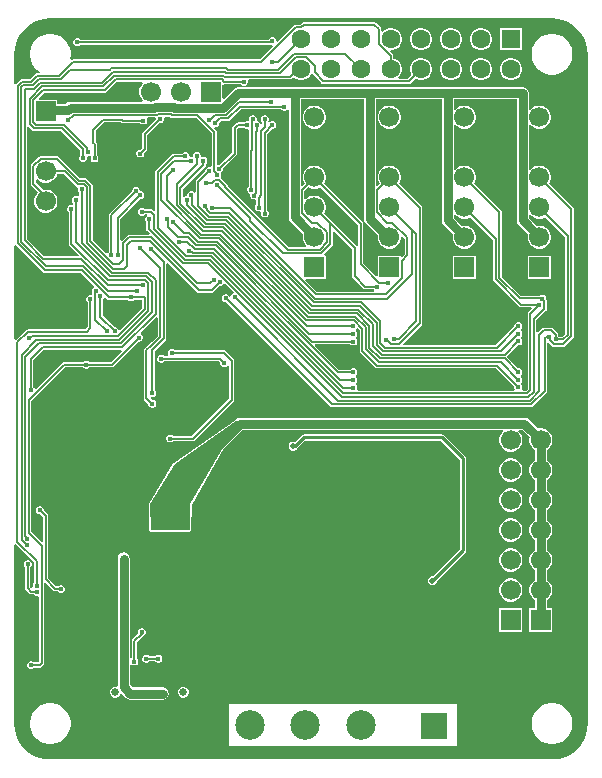
<source format=gbl>
G04*
G04 #@! TF.GenerationSoftware,Altium Limited,Altium Designer,21.0.8 (223)*
G04*
G04 Layer_Physical_Order=2*
G04 Layer_Color=16711680*
%FSLAX25Y25*%
%MOIN*%
G70*
G04*
G04 #@! TF.SameCoordinates,D9C85E8D-87DC-48F8-A205-D673694C3913*
G04*
G04*
G04 #@! TF.FilePolarity,Positive*
G04*
G01*
G75*
%ADD12C,0.01000*%
%ADD16C,0.00700*%
%ADD101C,0.03000*%
%ADD104C,0.06299*%
%ADD105R,0.06299X0.06299*%
%ADD106C,0.09055*%
%ADD107R,0.09055X0.09055*%
%ADD108C,0.06693*%
%ADD109R,0.06693X0.06693*%
%ADD110O,0.03937X0.08268*%
%ADD111O,0.03937X0.06299*%
%ADD112C,0.02559*%
%ADD113C,0.09843*%
%ADD114R,0.06693X0.06693*%
%ADD115C,0.01600*%
%ADD116C,0.02100*%
%ADD117C,0.02000*%
%ADD118C,0.02000*%
G36*
X167220Y235065D02*
Y235065D01*
X167710Y235039D01*
X169096Y234930D01*
X170925Y234491D01*
X172662Y233771D01*
X174266Y232788D01*
X175697Y231567D01*
X176918Y230136D01*
X177901Y228533D01*
X178621Y226795D01*
X179060Y224966D01*
X179203Y223152D01*
X179194Y223091D01*
Y0D01*
X179203Y-61D01*
X179060Y-1875D01*
X178621Y-3704D01*
X177901Y-5442D01*
X176918Y-7046D01*
X175697Y-8476D01*
X174266Y-9698D01*
X172662Y-10680D01*
X170925Y-11400D01*
X169096Y-11839D01*
X167710Y-11948D01*
X167220Y-11974D01*
X167220Y-11974D01*
X167220Y-11974D01*
X0D01*
X-61Y-11982D01*
X-1875Y-11839D01*
X-3704Y-11400D01*
X-5442Y-10680D01*
X-7046Y-9698D01*
X-8476Y-8476D01*
X-9698Y-7046D01*
X-10680Y-5442D01*
X-11400Y-3704D01*
X-11839Y-1875D01*
X-11982Y-61D01*
X-11974Y0D01*
Y59586D01*
X-11474Y59782D01*
X-5367Y53675D01*
Y46922D01*
X-5602Y46687D01*
X-5800Y46209D01*
Y45691D01*
X-5798Y45688D01*
X-6086Y45099D01*
X-6165Y45078D01*
X-6298Y45114D01*
X-6633Y45450D01*
Y52119D01*
X-6398Y52354D01*
X-6200Y52832D01*
Y53349D01*
X-6398Y53827D01*
X-6764Y54193D01*
X-7241Y54391D01*
X-7759D01*
X-8236Y54193D01*
X-8602Y53827D01*
X-8800Y53349D01*
Y52832D01*
X-8602Y52354D01*
X-8367Y52119D01*
Y45091D01*
X-8301Y44759D01*
X-8113Y44478D01*
X-6963Y43328D01*
X-6682Y43140D01*
X-6350Y43074D01*
X-5562D01*
X-5236Y42748D01*
X-4759Y42550D01*
X-4241D01*
X-4217Y42560D01*
X-3717Y42226D01*
Y20599D01*
X-3949Y20367D01*
X-5378D01*
X-5614Y20602D01*
X-6091Y20800D01*
X-6609D01*
X-7086Y20602D01*
X-7452Y20236D01*
X-7650Y19759D01*
Y19241D01*
X-7452Y18764D01*
X-7086Y18398D01*
X-6609Y18200D01*
X-6091D01*
X-5614Y18398D01*
X-5378Y18633D01*
X-3591D01*
X-3259Y18699D01*
X-2978Y18887D01*
X-2237Y19628D01*
X-2049Y19909D01*
X-1983Y20241D01*
Y46695D01*
X-1521Y46886D01*
X1037Y44328D01*
X1318Y44140D01*
X1650Y44074D01*
X2438D01*
X2764Y43748D01*
X3241Y43550D01*
X3759D01*
X4236Y43748D01*
X4602Y44114D01*
X4800Y44591D01*
Y45109D01*
X4602Y45586D01*
X4236Y45952D01*
X3759Y46150D01*
X3241D01*
X2764Y45952D01*
X2619Y45807D01*
X2009D01*
X-633Y48450D01*
Y69090D01*
X-699Y69422D01*
X-887Y69703D01*
X-2200Y71016D01*
Y71349D01*
X-2398Y71827D01*
X-2764Y72193D01*
X-3241Y72391D01*
X-3759D01*
X-4236Y72193D01*
X-4602Y71827D01*
X-4800Y71349D01*
Y70832D01*
X-4602Y70354D01*
X-4236Y69989D01*
X-3759Y69791D01*
X-3426D01*
X-2367Y68732D01*
Y60558D01*
X-2829Y60366D01*
X-6328Y63866D01*
Y107537D01*
X4859Y118724D01*
X11028D01*
X11264Y118489D01*
X11741Y118291D01*
X12259D01*
X12736Y118489D01*
X12972Y118724D01*
X20450D01*
X20782Y118790D01*
X21063Y118978D01*
X29401Y127315D01*
X29734D01*
X30212Y127513D01*
X30577Y127879D01*
X30775Y128357D01*
Y128874D01*
X30577Y129352D01*
X30212Y129718D01*
X30187Y129728D01*
X30070Y130317D01*
X35285Y135533D01*
X35785Y135326D01*
Y129298D01*
X33738Y127252D01*
X33517Y127103D01*
X31410Y124997D01*
X31222Y124716D01*
X31156Y124384D01*
Y122684D01*
X31133Y122569D01*
Y108591D01*
X31199Y108259D01*
X31387Y107978D01*
X32700Y106665D01*
Y106332D01*
X32898Y105854D01*
X33264Y105489D01*
X33741Y105291D01*
X34259D01*
X34736Y105489D01*
X35102Y105854D01*
X35300Y106332D01*
Y106849D01*
X35102Y107327D01*
X34736Y107693D01*
X34259Y107891D01*
X33926D01*
X33443Y108373D01*
X33727Y108797D01*
X33741Y108791D01*
X34259D01*
X34736Y108988D01*
X35102Y109354D01*
X35300Y109832D01*
Y110349D01*
X35102Y110827D01*
X34867Y111062D01*
Y124232D01*
X38464Y127829D01*
X38652Y128110D01*
X38718Y128442D01*
Y153273D01*
X39218Y153480D01*
X48865Y143833D01*
X49146Y143645D01*
X49478Y143579D01*
X53755D01*
X54087Y143645D01*
X54368Y143833D01*
X56426Y145891D01*
X56759D01*
X57236Y146089D01*
X57602Y146454D01*
X57632Y146526D01*
X58222Y146643D01*
X61096Y143769D01*
X60941Y143217D01*
X60680Y143109D01*
X60315Y142744D01*
X60166Y142385D01*
X59728Y142323D01*
X59645Y142335D01*
X59587Y142477D01*
X59221Y142843D01*
X58743Y143041D01*
X58226D01*
X57748Y142843D01*
X57383Y142477D01*
X57185Y141999D01*
Y141482D01*
X57383Y141004D01*
X57748Y140638D01*
X58226Y140441D01*
X58559D01*
X93240Y105760D01*
X93521Y105572D01*
X93853Y105506D01*
X160373D01*
X160705Y105572D01*
X160986Y105760D01*
X165395Y110169D01*
X165583Y110450D01*
X165649Y110782D01*
Y126675D01*
X166149Y126882D01*
X167204Y125828D01*
X167485Y125640D01*
X167817Y125574D01*
X171047D01*
X171379Y125640D01*
X171660Y125828D01*
X174313Y128481D01*
X174501Y128762D01*
X174567Y129094D01*
Y171391D01*
X174501Y171722D01*
X174313Y172003D01*
X166264Y180052D01*
X166584Y180606D01*
X166847Y181584D01*
Y182597D01*
X166584Y183575D01*
X166078Y184452D01*
X165362Y185169D01*
X164485Y185675D01*
X163506Y185937D01*
X162494D01*
X161515Y185675D01*
X160638Y185169D01*
X160039Y184570D01*
X159539Y184735D01*
Y199446D01*
X160039Y199612D01*
X160638Y199013D01*
X161515Y198506D01*
X162494Y198244D01*
X163506D01*
X164485Y198506D01*
X165362Y199013D01*
X166078Y199729D01*
X166584Y200606D01*
X166847Y201584D01*
Y202597D01*
X166584Y203575D01*
X166078Y204452D01*
X165362Y205169D01*
X164485Y205675D01*
X163506Y205937D01*
X162494D01*
X161515Y205675D01*
X160638Y205169D01*
X160039Y204570D01*
X159539Y204735D01*
Y210091D01*
X159384Y210871D01*
X158942Y211532D01*
X158280Y211975D01*
X157500Y212130D01*
X62521D01*
X61741Y211975D01*
X61079Y211532D01*
X57808Y208261D01*
X57346Y208453D01*
Y212787D01*
X57493Y212935D01*
X57846Y213121D01*
X58036Y213083D01*
X63528D01*
X63764Y212848D01*
X64241Y212650D01*
X64759D01*
X65236Y212848D01*
X65602Y213214D01*
X65800Y213691D01*
Y214209D01*
X65790Y214233D01*
X66124Y214733D01*
X80051D01*
X80383Y214799D01*
X80664Y214987D01*
X81053Y215376D01*
X81259Y215170D01*
X82091Y214690D01*
X83020Y214441D01*
X83981D01*
X84909Y214690D01*
X85741Y215170D01*
X86420Y215850D01*
X86818Y216538D01*
X86893Y216561D01*
X87274Y216568D01*
X87373Y216538D01*
X87466Y216400D01*
X90387Y213478D01*
X90668Y213290D01*
X91000Y213224D01*
X119500D01*
X119832Y213290D01*
X120113Y213478D01*
X121605Y214970D01*
X122091Y214690D01*
X123020Y214441D01*
X123980D01*
X124909Y214690D01*
X125741Y215170D01*
X126420Y215850D01*
X126901Y216682D01*
X127150Y217610D01*
Y218571D01*
X126901Y219499D01*
X126420Y220332D01*
X125741Y221011D01*
X124909Y221491D01*
X123980Y221740D01*
X123020D01*
X122091Y221491D01*
X121259Y221011D01*
X120580Y220332D01*
X120099Y219499D01*
X119850Y218571D01*
Y217610D01*
X120099Y216682D01*
X120380Y216196D01*
X119141Y214958D01*
X116235D01*
X116028Y215458D01*
X116420Y215850D01*
X116901Y216682D01*
X117150Y217610D01*
Y218571D01*
X116901Y219499D01*
X116420Y220332D01*
X115741Y221011D01*
X114909Y221491D01*
X114367Y221637D01*
Y222434D01*
X114301Y222766D01*
X114113Y223047D01*
X113219Y223941D01*
X113426Y224441D01*
X113980D01*
X114909Y224690D01*
X115741Y225170D01*
X116420Y225850D01*
X116901Y226682D01*
X117150Y227610D01*
Y228571D01*
X116901Y229499D01*
X116420Y230331D01*
X115741Y231011D01*
X114909Y231491D01*
X113980Y231740D01*
X113020D01*
X112091Y231491D01*
X111259Y231011D01*
X110867Y230619D01*
X110367Y230826D01*
Y231500D01*
X110301Y231831D01*
X110113Y232112D01*
X108613Y233613D01*
X108332Y233801D01*
X108000Y233867D01*
X84606D01*
X84275Y233801D01*
X83994Y233613D01*
X83338Y232957D01*
X81843D01*
X81512Y232891D01*
X81230Y232703D01*
X75800Y227273D01*
X75300Y227480D01*
Y227759D01*
X75102Y228236D01*
X74736Y228602D01*
X74259Y228800D01*
X73741D01*
X73264Y228602D01*
X72898Y228236D01*
X72782Y227957D01*
X9972D01*
X9736Y228193D01*
X9259Y228391D01*
X8741D01*
X8264Y228193D01*
X7898Y227827D01*
X7700Y227349D01*
Y226832D01*
X7898Y226354D01*
X8264Y225989D01*
X8741Y225791D01*
X9259D01*
X9736Y225989D01*
X9972Y226224D01*
X73347D01*
X73575Y226269D01*
X73741Y226200D01*
X74020D01*
X74227Y225700D01*
X69894Y221367D01*
X68515D01*
X68468Y221357D01*
X7510D01*
X7179Y221291D01*
X7070Y221218D01*
X6620Y221519D01*
X6799Y222421D01*
Y223760D01*
X6538Y225074D01*
X6025Y226311D01*
X5281Y227425D01*
X4334Y228372D01*
X3221Y229116D01*
X1983Y229628D01*
X670Y229890D01*
X-670D01*
X-1983Y229628D01*
X-3221Y229116D01*
X-4334Y228372D01*
X-5281Y227425D01*
X-6025Y226311D01*
X-6538Y225074D01*
X-6799Y223760D01*
Y222421D01*
X-6538Y221107D01*
X-6025Y219870D01*
X-5281Y218756D01*
X-4334Y217809D01*
X-3584Y217308D01*
X-3736Y216808D01*
X-4332D01*
X-4664Y216742D01*
X-4945Y216554D01*
X-6642Y214857D01*
X-9494D01*
X-9826Y214791D01*
X-10107Y214603D01*
X-11474Y213236D01*
X-11637Y213254D01*
X-11974Y213407D01*
Y223091D01*
X-11982Y223152D01*
X-11839Y224966D01*
X-11400Y226795D01*
X-10680Y228533D01*
X-9698Y230136D01*
X-8476Y231567D01*
X-7046Y232788D01*
X-5442Y233771D01*
X-3704Y234491D01*
X-1875Y234930D01*
X-489Y235039D01*
X0Y235065D01*
X491Y235065D01*
X166721D01*
X167220Y235065D01*
D02*
G37*
G36*
X30890Y213420D02*
X30422Y212952D01*
X29916Y212075D01*
X29654Y211097D01*
Y210084D01*
X29916Y209106D01*
X30422Y208229D01*
X30868Y207783D01*
X30661Y207283D01*
X6830D01*
X6050Y207128D01*
X5388Y206686D01*
X5182Y206480D01*
X2347D01*
Y207937D01*
X-3670D01*
X-3861Y208399D01*
X-1985Y210275D01*
X18116D01*
X18448Y210341D01*
X18729Y210529D01*
X22121Y213920D01*
X30683D01*
X30890Y213420D01*
D02*
G37*
G36*
X155461Y167687D02*
X155616Y166907D01*
X156058Y166245D01*
X159270Y163033D01*
X159153Y162597D01*
Y161584D01*
X159416Y160606D01*
X159922Y159729D01*
X160638Y159013D01*
X161515Y158506D01*
X162494Y158244D01*
X163506D01*
X164485Y158506D01*
X165362Y159013D01*
X166078Y159729D01*
X166584Y160606D01*
X166847Y161584D01*
Y162597D01*
X166584Y163575D01*
X166078Y164452D01*
X165362Y165168D01*
X164485Y165675D01*
X163506Y165937D01*
X162494D01*
X162210Y165861D01*
X159539Y168532D01*
Y169446D01*
X160039Y169612D01*
X160638Y169013D01*
X161515Y168506D01*
X162494Y168244D01*
X163506D01*
X164485Y168506D01*
X165039Y168826D01*
X171633Y162232D01*
Y129950D01*
X170641Y128957D01*
X169472D01*
X169367Y129062D01*
Y129591D01*
X169301Y129922D01*
X169113Y130203D01*
X167613Y131703D01*
X167332Y131891D01*
X167000Y131957D01*
X164500D01*
X164168Y131891D01*
X163887Y131703D01*
X162567Y130383D01*
X162067Y130590D01*
Y134432D01*
X165263Y137628D01*
X165451Y137909D01*
X165517Y138241D01*
Y140941D01*
X165451Y141272D01*
X165300Y141498D01*
Y141849D01*
X165102Y142327D01*
X164736Y142693D01*
X164259Y142891D01*
X163741D01*
X163264Y142693D01*
X163200Y142629D01*
X162487D01*
X162347Y142657D01*
X156859D01*
X150567Y148950D01*
Y170391D01*
X150501Y170722D01*
X150313Y171003D01*
X141264Y180052D01*
X141584Y180606D01*
X141847Y181584D01*
Y182597D01*
X141584Y183575D01*
X141078Y184452D01*
X140362Y185169D01*
X139485Y185675D01*
X138506Y185937D01*
X137494D01*
X136515Y185675D01*
X135638Y185169D01*
X135039Y184570D01*
X134539Y184735D01*
Y199446D01*
X135039Y199612D01*
X135638Y199013D01*
X136515Y198506D01*
X137494Y198244D01*
X138506D01*
X139485Y198506D01*
X140362Y199013D01*
X141078Y199729D01*
X141584Y200606D01*
X141847Y201584D01*
Y202597D01*
X141584Y203575D01*
X141078Y204452D01*
X140362Y205169D01*
X139485Y205675D01*
X138506Y205937D01*
X137494D01*
X136515Y205675D01*
X135638Y205169D01*
X135039Y204570D01*
X134539Y204735D01*
Y208051D01*
X155461D01*
Y167687D01*
D02*
G37*
G36*
X40083Y201991D02*
X40415Y201925D01*
X48607D01*
X53783Y196748D01*
Y185714D01*
X53283Y185380D01*
X53259Y185391D01*
X52741D01*
X52264Y185193D01*
X51898Y184827D01*
X51700Y184349D01*
Y184016D01*
X48708Y181024D01*
X48520Y180743D01*
X48454Y180411D01*
Y177182D01*
X47954Y176975D01*
X47736Y177193D01*
X47259Y177391D01*
X46741D01*
X46264Y177193D01*
X45898Y176827D01*
X45700Y176349D01*
Y175891D01*
X45241D01*
X44764Y175693D01*
X44717Y175646D01*
X44217Y175853D01*
Y178082D01*
X51613Y185478D01*
X51801Y185759D01*
X51867Y186091D01*
Y186619D01*
X52102Y186854D01*
X52300Y187332D01*
Y187849D01*
X52102Y188327D01*
X51736Y188693D01*
X51259Y188891D01*
X50741D01*
X50595Y188830D01*
X50497Y188866D01*
X50133Y189180D01*
Y189516D01*
X49935Y189994D01*
X49570Y190359D01*
X49092Y190557D01*
X48575D01*
X48097Y190359D01*
X47731Y189994D01*
X47533Y189516D01*
Y189318D01*
X47292Y188942D01*
X47071Y188891D01*
X46741D01*
X46300Y189249D01*
Y189349D01*
X46102Y189827D01*
X45736Y190193D01*
X45259Y190391D01*
X44741D01*
X44264Y190193D01*
X44028Y189957D01*
X41150D01*
X40818Y189891D01*
X40537Y189703D01*
X35183Y184349D01*
X34995Y184068D01*
X34929Y183736D01*
Y171040D01*
X34467Y170849D01*
X34113Y171203D01*
X33832Y171391D01*
X33500Y171457D01*
X31472D01*
X31236Y171693D01*
X30759Y171891D01*
X30241D01*
X29764Y171693D01*
X29398Y171327D01*
X29200Y170849D01*
Y170332D01*
X29398Y169854D01*
X29764Y169489D01*
X30241Y169291D01*
X30759D01*
X31236Y169489D01*
X31472Y169724D01*
X32090D01*
X32189Y169224D01*
X32114Y169193D01*
X31748Y168827D01*
X31550Y168349D01*
Y167832D01*
X31748Y167354D01*
X31983Y167119D01*
Y164847D01*
X32049Y164515D01*
X32237Y164234D01*
X33102Y163369D01*
X32910Y162907D01*
X26253D01*
X25921Y162841D01*
X25640Y162653D01*
X23867Y160880D01*
X23367Y161087D01*
Y168232D01*
X29926Y174791D01*
X30259D01*
X30736Y174988D01*
X31102Y175354D01*
X31300Y175832D01*
Y176349D01*
X31102Y176827D01*
X30736Y177193D01*
X30259Y177391D01*
X29815D01*
Y177834D01*
X29617Y178312D01*
X29252Y178678D01*
X28774Y178876D01*
X28256D01*
X27779Y178678D01*
X27413Y178312D01*
X27215Y177834D01*
Y177501D01*
X19787Y170073D01*
X19599Y169792D01*
X19533Y169460D01*
Y157062D01*
X19298Y156827D01*
X19288Y156802D01*
X18698Y156685D01*
X14217Y161166D01*
Y179271D01*
X14151Y179603D01*
X13963Y179884D01*
X12293Y181553D01*
X12012Y181741D01*
X11681Y181807D01*
X10009D01*
X2916Y188900D01*
X2635Y189088D01*
X2303Y189154D01*
X-3238D01*
X-3570Y189088D01*
X-3851Y188900D01*
X-6309Y186442D01*
X-6497Y186161D01*
X-6563Y185829D01*
Y179987D01*
X-6497Y179655D01*
X-6309Y179374D01*
X-3983Y177048D01*
X-4578Y176452D01*
X-5084Y175575D01*
X-5347Y174597D01*
Y173584D01*
X-5084Y172606D01*
X-4578Y171729D01*
X-3862Y171013D01*
X-2985Y170506D01*
X-2006Y170244D01*
X-994D01*
X-15Y170506D01*
X862Y171013D01*
X1578Y171729D01*
X2084Y172606D01*
X2347Y173584D01*
Y174597D01*
X2084Y175575D01*
X1578Y176452D01*
X862Y177169D01*
X-15Y177675D01*
X-994Y177937D01*
X-2006D01*
X-2333Y177849D01*
X-4830Y180346D01*
Y181274D01*
X-4330Y181481D01*
X-3862Y181013D01*
X-2985Y180506D01*
X-2006Y180244D01*
X-994D01*
X-15Y180506D01*
X862Y181013D01*
X1578Y181729D01*
X2084Y182606D01*
X2250Y183224D01*
X4444D01*
X8540Y179128D01*
X8821Y178940D01*
X8897Y178925D01*
X9200Y178461D01*
X9210Y178374D01*
X9200Y178349D01*
Y177832D01*
X9398Y177354D01*
X9633Y177119D01*
Y176003D01*
X9481Y175884D01*
X9133Y175735D01*
X8759Y175891D01*
X8241D01*
X7764Y175693D01*
X7398Y175327D01*
X7200Y174849D01*
Y174332D01*
X7398Y173854D01*
X7603Y173649D01*
X7577Y173240D01*
X7259Y172891D01*
X6741D01*
X6264Y172693D01*
X5898Y172327D01*
X5700Y171849D01*
Y171332D01*
X5898Y170854D01*
X6133Y170619D01*
Y160000D01*
X6199Y159668D01*
X6387Y159387D01*
X9446Y156329D01*
X9254Y155867D01*
X-2050D01*
X-7633Y161450D01*
Y198699D01*
X-7133Y198906D01*
X-6005Y197778D01*
X-5724Y197590D01*
X-5392Y197524D01*
X3641D01*
X9983Y191182D01*
Y189472D01*
X9748Y189236D01*
X9550Y188759D01*
Y188241D01*
X9748Y187764D01*
X10114Y187398D01*
X10591Y187200D01*
X11109D01*
X11586Y187398D01*
X11952Y187764D01*
X12150Y188241D01*
Y188738D01*
X12155Y188765D01*
X12508Y189200D01*
X12759D01*
X13236Y189398D01*
X13641Y189095D01*
X13643Y189092D01*
X13445Y188614D01*
Y188097D01*
X13643Y187619D01*
X14009Y187254D01*
X14486Y187056D01*
X15004D01*
X15481Y187254D01*
X15847Y187619D01*
X16045Y188097D01*
Y188614D01*
X15847Y189092D01*
X15612Y189328D01*
Y193023D01*
X15546Y193354D01*
X15358Y193635D01*
X15167Y193826D01*
Y197532D01*
X18013Y200377D01*
X23729D01*
X23995Y200199D01*
X24327Y200133D01*
X30028D01*
X30264Y199898D01*
X30741Y199700D01*
X31259D01*
X31736Y199898D01*
X32102Y200264D01*
X32300Y200741D01*
Y201259D01*
X32189Y201528D01*
X32464Y202028D01*
X34949D01*
X35200Y201652D01*
Y201319D01*
X30887Y197006D01*
X30699Y196725D01*
X30633Y196394D01*
Y191859D01*
X30074Y191300D01*
X29741D01*
X29264Y191102D01*
X28898Y190736D01*
X28700Y190259D01*
Y189741D01*
X28898Y189264D01*
X29264Y188898D01*
X29741Y188700D01*
X30259D01*
X30736Y188898D01*
X31102Y189264D01*
X31300Y189741D01*
Y190074D01*
X32113Y190887D01*
X32301Y191168D01*
X32367Y191500D01*
Y196035D01*
X36426Y200094D01*
X36759D01*
X37236Y200292D01*
X37602Y200657D01*
X37800Y201135D01*
Y201652D01*
X37790Y201677D01*
X38124Y202177D01*
X39804D01*
X40083Y201991D01*
D02*
G37*
G36*
X76898Y204764D02*
X77264Y204398D01*
X77741Y204200D01*
X78259D01*
X78736Y204398D01*
X78914Y204576D01*
X79414Y204369D01*
Y168762D01*
X79570Y167982D01*
X80012Y167320D01*
X84276Y163055D01*
X84153Y162597D01*
Y161584D01*
X84416Y160606D01*
X84922Y159729D01*
X85390Y159261D01*
X85183Y158761D01*
X79440D01*
X59151Y179050D01*
Y179140D01*
X59085Y179471D01*
X58897Y179752D01*
X57002Y181647D01*
X56802Y182154D01*
X57000Y182632D01*
Y183149D01*
X56969Y183225D01*
X57046Y183798D01*
X57412Y184164D01*
X57610Y184642D01*
Y184975D01*
X62018Y189383D01*
X62205Y189664D01*
X62271Y189995D01*
Y198136D01*
X62768Y198633D01*
X64528D01*
X64764Y198398D01*
X65241Y198200D01*
X65759D01*
X65833Y198231D01*
X66333Y197897D01*
Y191445D01*
X66149Y191170D01*
X66083Y190838D01*
Y178972D01*
X65848Y178736D01*
X65650Y178259D01*
Y177741D01*
X65848Y177264D01*
X66214Y176898D01*
X66302Y176861D01*
X66594Y176259D01*
Y175741D01*
X66792Y175264D01*
X67157Y174898D01*
X67635Y174700D01*
X68152D01*
X68633Y174358D01*
Y172972D01*
X68398Y172736D01*
X68200Y172259D01*
Y171741D01*
X68398Y171264D01*
X68764Y170898D01*
X69241Y170700D01*
X69759D01*
X69859Y170741D01*
X70241Y170359D01*
X70200Y170259D01*
Y169741D01*
X70398Y169264D01*
X70764Y168898D01*
X71241Y168700D01*
X71759D01*
X72236Y168898D01*
X72602Y169264D01*
X72800Y169741D01*
Y170259D01*
X72602Y170736D01*
X72367Y170972D01*
Y196641D01*
X73926Y198200D01*
X74259D01*
X74736Y198398D01*
X75102Y198764D01*
X75300Y199241D01*
Y199759D01*
X75102Y200236D01*
X74736Y200602D01*
X74259Y200800D01*
X73741D01*
X73264Y200602D01*
X73161Y200499D01*
X72596Y200641D01*
X72569Y200730D01*
X72602Y200764D01*
X72800Y201241D01*
Y201759D01*
X72602Y202236D01*
X72236Y202602D01*
X71759Y202800D01*
X71241D01*
X70764Y202602D01*
X70398Y202236D01*
X70200Y201759D01*
Y201241D01*
X70398Y200764D01*
X70633Y200528D01*
Y199799D01*
X70150Y199759D01*
X69952Y200236D01*
X69586Y200602D01*
X69151Y200782D01*
X69015Y200877D01*
X68789Y201216D01*
X68800Y201241D01*
Y201759D01*
X68602Y202236D01*
X68236Y202602D01*
X67759Y202800D01*
X67241D01*
X66764Y202602D01*
X66398Y202236D01*
X66200Y201759D01*
Y201241D01*
X66242Y201141D01*
X65859Y200759D01*
X65759Y200800D01*
X65241D01*
X64764Y200602D01*
X64528Y200367D01*
X62410D01*
X62078Y200301D01*
X61797Y200113D01*
X60792Y199108D01*
X60604Y198827D01*
X60538Y198495D01*
Y190354D01*
X56384Y186200D01*
X56051D01*
X56017Y186186D01*
X55517Y186520D01*
Y197107D01*
X55451Y197439D01*
X55263Y197720D01*
X54657Y198325D01*
X54899Y198791D01*
X55259D01*
X55736Y198988D01*
X56102Y199354D01*
X56300Y199832D01*
Y200165D01*
X56963Y200828D01*
X59145D01*
X59477Y200893D01*
X59758Y201081D01*
X63451Y204774D01*
X76894D01*
X76898Y204764D01*
D02*
G37*
G36*
X86515Y178506D02*
X87494Y178244D01*
X88506D01*
X89485Y178506D01*
X90039Y178826D01*
X102633Y166232D01*
Y159324D01*
X102133Y159173D01*
X102113Y159203D01*
X94009Y167307D01*
X94009Y167307D01*
X91264Y170052D01*
X91584Y170606D01*
X91847Y171584D01*
Y172597D01*
X91584Y173575D01*
X91078Y174452D01*
X90362Y175169D01*
X89485Y175675D01*
X88506Y175937D01*
X87494D01*
X86515Y175675D01*
X85638Y175169D01*
X85170Y174700D01*
X84670Y174908D01*
Y177535D01*
X85961Y178826D01*
X86515Y178506D01*
D02*
G37*
G36*
X104414Y168314D02*
X104570Y167533D01*
X105012Y166872D01*
X109182Y162702D01*
X109153Y162597D01*
Y161584D01*
X109416Y160606D01*
X109922Y159729D01*
X110638Y159013D01*
X111515Y158506D01*
X112494Y158244D01*
X113506D01*
X114485Y158506D01*
X115362Y159013D01*
X116078Y159729D01*
X116584Y160606D01*
X116847Y161584D01*
Y162246D01*
X117347Y162453D01*
X118133Y161666D01*
Y156449D01*
X117308Y155625D01*
X116847Y155816D01*
Y155937D01*
X109153D01*
Y149285D01*
X108692Y149093D01*
X104367Y153418D01*
Y166591D01*
X104301Y166922D01*
X104113Y167203D01*
X91264Y180052D01*
X91584Y180606D01*
X91847Y181584D01*
Y182597D01*
X91584Y183575D01*
X91078Y184452D01*
X90362Y185169D01*
X89485Y185675D01*
X88506Y185937D01*
X87494D01*
X86515Y185675D01*
X85638Y185169D01*
X84922Y184452D01*
X84416Y183575D01*
X84153Y182597D01*
Y181584D01*
X84416Y180606D01*
X84736Y180052D01*
X83955Y179271D01*
X83493Y179462D01*
Y208051D01*
X104414D01*
Y168314D01*
D02*
G37*
G36*
X100633Y158232D02*
Y149051D01*
X100699Y148719D01*
X100887Y148438D01*
X104348Y144978D01*
X104629Y144790D01*
X104960Y144724D01*
X107744D01*
X107969Y144457D01*
X107780Y143957D01*
X88815D01*
X84990Y147782D01*
X85181Y148244D01*
X91847D01*
Y155937D01*
X91411D01*
X91204Y156437D01*
X94009Y159242D01*
X94197Y159524D01*
X94263Y159855D01*
Y163949D01*
X94725Y164140D01*
X100633Y158232D01*
D02*
G37*
G36*
X-2510Y150481D02*
X-2229Y150293D01*
X-1897Y150227D01*
X10137D01*
X14566Y145797D01*
X14449Y145207D01*
X14414Y145193D01*
X14048Y144827D01*
X13850Y144349D01*
Y143832D01*
X14048Y143354D01*
X13805Y142905D01*
X13633Y142790D01*
X13609Y142800D01*
X13091D01*
X12614Y142602D01*
X12248Y142236D01*
X12050Y141759D01*
Y141241D01*
X12248Y140764D01*
X12483Y140528D01*
Y132119D01*
X11731Y131367D01*
X-7591D01*
X-7922Y131301D01*
X-8203Y131113D01*
X-11474Y127842D01*
X-11974Y128038D01*
Y159274D01*
X-11637Y159427D01*
X-11474Y159445D01*
X-2510Y150481D01*
D02*
G37*
G36*
X18886Y141478D02*
X19167Y141290D01*
X19499Y141224D01*
X26028D01*
X26264Y140989D01*
X26741Y140791D01*
X27259D01*
X27736Y140989D01*
X27972Y141224D01*
X30633D01*
Y138424D01*
X23262Y131052D01*
X22713Y131210D01*
X22602Y131477D01*
X22236Y131843D01*
X21759Y132041D01*
X21426D01*
X17517Y135950D01*
Y141634D01*
X17752Y141869D01*
X17762Y141894D01*
X18352Y142011D01*
X18886Y141478D01*
D02*
G37*
G36*
X103133Y131246D02*
Y124294D01*
X103199Y123963D01*
X103387Y123681D01*
X108402Y118667D01*
X108683Y118479D01*
X109015Y118413D01*
X148405D01*
X154700Y112118D01*
Y111785D01*
X154836Y111457D01*
X154594Y110957D01*
X102477D01*
X102194Y111457D01*
X102300Y111714D01*
Y112231D01*
X102102Y112709D01*
X101868Y112943D01*
X101784Y113252D01*
X101868Y113561D01*
X102102Y113795D01*
X102300Y114273D01*
Y114790D01*
X102102Y115268D01*
X101868Y115502D01*
X101784Y115811D01*
X101868Y116120D01*
X102102Y116354D01*
X102300Y116832D01*
Y117349D01*
X102102Y117827D01*
X101736Y118193D01*
X101259Y118391D01*
X100741D01*
X100264Y118193D01*
X100052Y117981D01*
X96123D01*
X88106Y125998D01*
X88297Y126460D01*
X100028D01*
X100264Y126225D01*
X100741Y126027D01*
X101259D01*
X101736Y126225D01*
X102102Y126590D01*
X102300Y127068D01*
Y127585D01*
X102102Y128063D01*
X101868Y128297D01*
X101784Y128606D01*
X101868Y128916D01*
X102102Y129149D01*
X102300Y129627D01*
Y130144D01*
X102102Y130622D01*
X101885Y130839D01*
X101757Y131066D01*
X101868Y131475D01*
X102015Y131622D01*
X102026Y131647D01*
X102616Y131764D01*
X103133Y131246D01*
D02*
G37*
G36*
X23758Y124124D02*
X20091Y120457D01*
X12972D01*
X12736Y120693D01*
X12259Y120891D01*
X11741D01*
X11264Y120693D01*
X11028Y120457D01*
X4500D01*
X4168Y120391D01*
X3887Y120203D01*
X-4749Y111567D01*
X-5339Y111684D01*
X-5398Y111827D01*
X-5633Y112062D01*
Y121220D01*
X-2229Y124624D01*
X23551D01*
X23758Y124124D01*
D02*
G37*
G36*
X130461Y167687D02*
X130616Y166907D01*
X131058Y166245D01*
X134270Y163033D01*
X134153Y162597D01*
Y161584D01*
X134416Y160606D01*
X134922Y159729D01*
X135638Y159013D01*
X136515Y158506D01*
X137494Y158244D01*
X138506D01*
X139485Y158506D01*
X140362Y159013D01*
X141078Y159729D01*
X141584Y160606D01*
X141847Y161584D01*
Y162597D01*
X141584Y163575D01*
X141078Y164452D01*
X140362Y165168D01*
X139485Y165675D01*
X138506Y165937D01*
X137494D01*
X137210Y165861D01*
X134539Y168532D01*
Y169446D01*
X135039Y169612D01*
X135638Y169013D01*
X136515Y168506D01*
X137494Y168244D01*
X138506D01*
X139485Y168506D01*
X140039Y168826D01*
X147633Y161232D01*
Y148094D01*
X147699Y147762D01*
X147887Y147481D01*
X156390Y138978D01*
X156671Y138790D01*
X157003Y138724D01*
X160255D01*
X160446Y138262D01*
X159387Y137203D01*
X159199Y136922D01*
X159133Y136591D01*
Y111450D01*
X158641Y110957D01*
X157406D01*
X157164Y111457D01*
X157300Y111785D01*
Y112302D01*
X157102Y112780D01*
X156868Y113014D01*
X156784Y113323D01*
X156868Y113632D01*
X157102Y113866D01*
X157300Y114344D01*
Y114861D01*
X157102Y115339D01*
X156868Y115573D01*
X156784Y115882D01*
X156868Y116191D01*
X157102Y116425D01*
X157300Y116903D01*
Y117420D01*
X157102Y117898D01*
X156736Y118263D01*
X156259Y118461D01*
X155926D01*
X152108Y122280D01*
X155926Y126098D01*
X156259D01*
X156736Y126295D01*
X157102Y126661D01*
X157300Y127139D01*
Y127656D01*
X157102Y128134D01*
X156868Y128368D01*
X156784Y128677D01*
X156868Y128986D01*
X157102Y129220D01*
X157300Y129698D01*
Y130215D01*
X157102Y130693D01*
X156868Y130927D01*
X156784Y131236D01*
X156868Y131545D01*
X157102Y131779D01*
X157300Y132257D01*
Y132774D01*
X157102Y133252D01*
X156736Y133618D01*
X156259Y133816D01*
X155741D01*
X155264Y133618D01*
X154898Y133252D01*
X154700Y132774D01*
Y132441D01*
X148405Y126146D01*
X117631D01*
X117440Y126608D01*
X123813Y132981D01*
X124001Y133262D01*
X124067Y133594D01*
Y171891D01*
X124001Y172222D01*
X123813Y172503D01*
X116264Y180052D01*
X116584Y180606D01*
X116847Y181584D01*
Y182597D01*
X116584Y183575D01*
X116078Y184452D01*
X115362Y185169D01*
X114485Y185675D01*
X113506Y185937D01*
X112494D01*
X111515Y185675D01*
X110638Y185169D01*
X109922Y184452D01*
X109416Y183575D01*
X109153Y182597D01*
Y181584D01*
X109416Y180606D01*
X109736Y180052D01*
X108955Y179271D01*
X108493Y179462D01*
Y208051D01*
X130461D01*
Y167687D01*
D02*
G37*
%LPC*%
G36*
X157150Y231740D02*
X149850D01*
Y224441D01*
X157150D01*
Y231740D01*
D02*
G37*
G36*
X143981D02*
X143019D01*
X142091Y231491D01*
X141259Y231011D01*
X140580Y230331D01*
X140099Y229499D01*
X139850Y228571D01*
Y227610D01*
X140099Y226682D01*
X140580Y225850D01*
X141259Y225170D01*
X142091Y224690D01*
X143019Y224441D01*
X143981D01*
X144909Y224690D01*
X145741Y225170D01*
X146420Y225850D01*
X146901Y226682D01*
X147150Y227610D01*
Y228571D01*
X146901Y229499D01*
X146420Y230331D01*
X145741Y231011D01*
X144909Y231491D01*
X143981Y231740D01*
D02*
G37*
G36*
X133981D02*
X133019D01*
X132091Y231491D01*
X131259Y231011D01*
X130580Y230331D01*
X130099Y229499D01*
X129850Y228571D01*
Y227610D01*
X130099Y226682D01*
X130580Y225850D01*
X131259Y225170D01*
X132091Y224690D01*
X133019Y224441D01*
X133981D01*
X134909Y224690D01*
X135741Y225170D01*
X136420Y225850D01*
X136901Y226682D01*
X137150Y227610D01*
Y228571D01*
X136901Y229499D01*
X136420Y230331D01*
X135741Y231011D01*
X134909Y231491D01*
X133981Y231740D01*
D02*
G37*
G36*
X123980D02*
X123020D01*
X122091Y231491D01*
X121259Y231011D01*
X120580Y230331D01*
X120099Y229499D01*
X119850Y228571D01*
Y227610D01*
X120099Y226682D01*
X120580Y225850D01*
X121259Y225170D01*
X122091Y224690D01*
X123020Y224441D01*
X123980D01*
X124909Y224690D01*
X125741Y225170D01*
X126420Y225850D01*
X126901Y226682D01*
X127150Y227610D01*
Y228571D01*
X126901Y229499D01*
X126420Y230331D01*
X125741Y231011D01*
X124909Y231491D01*
X123980Y231740D01*
D02*
G37*
G36*
X167890Y229890D02*
X166551D01*
X165237Y229628D01*
X164000Y229116D01*
X162886Y228372D01*
X161939Y227425D01*
X161195Y226311D01*
X160682Y225074D01*
X160421Y223760D01*
Y222421D01*
X160682Y221107D01*
X161195Y219870D01*
X161939Y218756D01*
X162886Y217809D01*
X164000Y217065D01*
X165237Y216553D01*
X166551Y216291D01*
X167890D01*
X169204Y216553D01*
X170441Y217065D01*
X171555Y217809D01*
X172502Y218756D01*
X173246Y219870D01*
X173758Y221107D01*
X174020Y222421D01*
Y223760D01*
X173758Y225074D01*
X173246Y226311D01*
X172502Y227425D01*
X171555Y228372D01*
X170441Y229116D01*
X169204Y229628D01*
X167890Y229890D01*
D02*
G37*
G36*
X153981Y221740D02*
X153019D01*
X152091Y221491D01*
X151259Y221011D01*
X150580Y220332D01*
X150099Y219499D01*
X149850Y218571D01*
Y217610D01*
X150099Y216682D01*
X150580Y215850D01*
X151259Y215170D01*
X152091Y214690D01*
X153019Y214441D01*
X153981D01*
X154909Y214690D01*
X155741Y215170D01*
X156420Y215850D01*
X156901Y216682D01*
X157150Y217610D01*
Y218571D01*
X156901Y219499D01*
X156420Y220332D01*
X155741Y221011D01*
X154909Y221491D01*
X153981Y221740D01*
D02*
G37*
G36*
X143981D02*
X143019D01*
X142091Y221491D01*
X141259Y221011D01*
X140580Y220332D01*
X140099Y219499D01*
X139850Y218571D01*
Y217610D01*
X140099Y216682D01*
X140580Y215850D01*
X141259Y215170D01*
X142091Y214690D01*
X143019Y214441D01*
X143981D01*
X144909Y214690D01*
X145741Y215170D01*
X146420Y215850D01*
X146901Y216682D01*
X147150Y217610D01*
Y218571D01*
X146901Y219499D01*
X146420Y220332D01*
X145741Y221011D01*
X144909Y221491D01*
X143981Y221740D01*
D02*
G37*
G36*
X133981D02*
X133019D01*
X132091Y221491D01*
X131259Y221011D01*
X130580Y220332D01*
X130099Y219499D01*
X129850Y218571D01*
Y217610D01*
X130099Y216682D01*
X130580Y215850D01*
X131259Y215170D01*
X132091Y214690D01*
X133019Y214441D01*
X133981D01*
X134909Y214690D01*
X135741Y215170D01*
X136420Y215850D01*
X136901Y216682D01*
X137150Y217610D01*
Y218571D01*
X136901Y219499D01*
X136420Y220332D01*
X135741Y221011D01*
X134909Y221491D01*
X133981Y221740D01*
D02*
G37*
G36*
X40759Y124891D02*
X40241D01*
X39764Y124693D01*
X39398Y124327D01*
X39200Y123849D01*
Y123332D01*
X39355Y122957D01*
X39206Y122609D01*
X39088Y122457D01*
X37972D01*
X37736Y122693D01*
X37259Y122891D01*
X36741D01*
X36264Y122693D01*
X35898Y122327D01*
X35700Y121849D01*
Y121332D01*
X35898Y120854D01*
X36264Y120489D01*
X36741Y120291D01*
X37259D01*
X37736Y120489D01*
X37972Y120724D01*
X56141D01*
X56700Y120165D01*
Y119832D01*
X56898Y119354D01*
X57264Y118989D01*
X57741Y118791D01*
X58259D01*
X58736Y118989D01*
X59102Y119354D01*
X59133Y119430D01*
X59633Y119330D01*
Y108359D01*
X47141Y95867D01*
X40972D01*
X40736Y96102D01*
X40259Y96300D01*
X39741D01*
X39264Y96102D01*
X38898Y95736D01*
X38700Y95259D01*
Y94741D01*
X38898Y94264D01*
X39264Y93898D01*
X39741Y93700D01*
X40259D01*
X40736Y93898D01*
X40972Y94133D01*
X47500D01*
X47832Y94199D01*
X48113Y94387D01*
X61113Y107387D01*
X61301Y107668D01*
X61367Y108000D01*
Y120864D01*
X61301Y121195D01*
X61113Y121477D01*
X58386Y124203D01*
X58105Y124391D01*
X57773Y124457D01*
X41472D01*
X41236Y124693D01*
X40759Y124891D01*
D02*
G37*
G36*
X154006Y88346D02*
X152994D01*
X152015Y88084D01*
X151138Y87578D01*
X150422Y86862D01*
X149916Y85985D01*
X149653Y85006D01*
Y83994D01*
X149916Y83015D01*
X150422Y82138D01*
X151138Y81422D01*
X152015Y80916D01*
X152994Y80654D01*
X154006D01*
X154985Y80916D01*
X155862Y81422D01*
X156578Y82138D01*
X157084Y83015D01*
X157346Y83994D01*
Y85006D01*
X157084Y85985D01*
X156578Y86862D01*
X155862Y87578D01*
X154985Y88084D01*
X154006Y88346D01*
D02*
G37*
G36*
Y78347D02*
X152994D01*
X152015Y78084D01*
X151138Y77578D01*
X150422Y76862D01*
X149916Y75985D01*
X149653Y75006D01*
Y73994D01*
X149916Y73015D01*
X150422Y72138D01*
X151138Y71422D01*
X152015Y70916D01*
X152994Y70653D01*
X154006D01*
X154985Y70916D01*
X155862Y71422D01*
X156578Y72138D01*
X157084Y73015D01*
X157346Y73994D01*
Y75006D01*
X157084Y75985D01*
X156578Y76862D01*
X155862Y77578D01*
X154985Y78084D01*
X154006Y78347D01*
D02*
G37*
G36*
Y68347D02*
X152994D01*
X152015Y68084D01*
X151138Y67578D01*
X150422Y66862D01*
X149916Y65985D01*
X149653Y65006D01*
Y63994D01*
X149916Y63015D01*
X150422Y62138D01*
X151138Y61422D01*
X152015Y60916D01*
X152994Y60654D01*
X154006D01*
X154985Y60916D01*
X155862Y61422D01*
X156578Y62138D01*
X157084Y63015D01*
X157346Y63994D01*
Y65006D01*
X157084Y65985D01*
X156578Y66862D01*
X155862Y67578D01*
X154985Y68084D01*
X154006Y68347D01*
D02*
G37*
G36*
Y58346D02*
X152994D01*
X152015Y58084D01*
X151138Y57578D01*
X150422Y56862D01*
X149916Y55985D01*
X149653Y55006D01*
Y53994D01*
X149916Y53015D01*
X150422Y52138D01*
X151138Y51422D01*
X152015Y50916D01*
X152994Y50654D01*
X154006D01*
X154985Y50916D01*
X155862Y51422D01*
X156578Y52138D01*
X157084Y53015D01*
X157346Y53994D01*
Y55006D01*
X157084Y55985D01*
X156578Y56862D01*
X155862Y57578D01*
X154985Y58084D01*
X154006Y58346D01*
D02*
G37*
G36*
X130500Y96361D02*
X84500D01*
X84110Y96283D01*
X83779Y96062D01*
X81594Y93877D01*
X81298Y94000D01*
X80702D01*
X80150Y93772D01*
X79728Y93350D01*
X79500Y92798D01*
Y92202D01*
X79728Y91650D01*
X80150Y91228D01*
X80702Y91000D01*
X81298D01*
X81850Y91228D01*
X82272Y91650D01*
X82304Y91728D01*
X82380Y91779D01*
X84922Y94321D01*
X130078D01*
X136480Y87919D01*
Y58115D01*
X127469Y49103D01*
X127395Y49118D01*
X127248Y49088D01*
X127097D01*
X126958Y49031D01*
X126810Y49001D01*
X126685Y48917D01*
X126546Y48860D01*
X126439Y48753D01*
X126314Y48670D01*
X126230Y48544D01*
X126124Y48438D01*
X126066Y48299D01*
X125983Y48173D01*
X125953Y48026D01*
X125896Y47887D01*
Y47736D01*
X125866Y47588D01*
X125896Y47440D01*
Y47290D01*
X125953Y47151D01*
X125983Y47003D01*
X126066Y46878D01*
X126124Y46739D01*
X126230Y46632D01*
X126314Y46507D01*
X126439Y46423D01*
X126546Y46317D01*
X126685Y46259D01*
X126810Y46175D01*
X126958Y46146D01*
X127097Y46088D01*
X127248D01*
X127395Y46059D01*
X127543Y46088D01*
X127694D01*
X127833Y46146D01*
X127981Y46175D01*
X128106Y46259D01*
X128245Y46317D01*
X128352Y46423D01*
X128477Y46507D01*
X128561Y46632D01*
X128667Y46739D01*
X128725Y46878D01*
X128808Y47003D01*
X128838Y47151D01*
X128895Y47290D01*
Y47440D01*
X128925Y47588D01*
X128910Y47661D01*
X138221Y56972D01*
X138442Y57302D01*
X138520Y57693D01*
Y88341D01*
X138442Y88731D01*
X138221Y89062D01*
X131221Y96062D01*
X130890Y96283D01*
X130500Y96361D01*
D02*
G37*
G36*
X154006Y48346D02*
X152994D01*
X152015Y48084D01*
X151138Y47578D01*
X150422Y46862D01*
X149916Y45985D01*
X149653Y45006D01*
Y43994D01*
X149916Y43015D01*
X150422Y42138D01*
X151138Y41422D01*
X152015Y40916D01*
X152994Y40654D01*
X154006D01*
X154985Y40916D01*
X155862Y41422D01*
X156578Y42138D01*
X157084Y43015D01*
X157346Y43994D01*
Y45006D01*
X157084Y45985D01*
X156578Y46862D01*
X155862Y47578D01*
X154985Y48084D01*
X154006Y48346D01*
D02*
G37*
G36*
X158063Y101976D02*
X63307D01*
X62527Y101821D01*
X61865Y101379D01*
X61865Y101379D01*
X61778Y101292D01*
X61745Y101284D01*
X41190Y86944D01*
X41129Y86848D01*
X41037Y86780D01*
X32911Y73334D01*
X32889Y73185D01*
X32833Y73046D01*
X32959Y64492D01*
X33040Y64305D01*
X33117Y64117D01*
X33121Y64116D01*
X33123Y64112D01*
X33312Y64037D01*
X33500Y63959D01*
X46500D01*
X46689Y64037D01*
X46881Y64115D01*
X46881Y64117D01*
X46883Y64117D01*
X46962Y64308D01*
X47041Y64497D01*
X47087Y72907D01*
X57961Y91707D01*
X64152Y97898D01*
X150751D01*
X150958Y97398D01*
X150422Y96862D01*
X149916Y95985D01*
X149653Y95006D01*
Y93994D01*
X149916Y93015D01*
X150422Y92138D01*
X151138Y91422D01*
X152015Y90916D01*
X152994Y90654D01*
X154006D01*
X154985Y90916D01*
X155862Y91422D01*
X156578Y92138D01*
X157084Y93015D01*
X157346Y93994D01*
Y95006D01*
X157084Y95985D01*
X156578Y96862D01*
X156042Y97398D01*
X156249Y97898D01*
X157218D01*
X159750Y95366D01*
X159653Y95006D01*
Y93994D01*
X159916Y93015D01*
X160422Y92138D01*
X161138Y91422D01*
X161461Y91236D01*
Y87764D01*
X161138Y87578D01*
X160422Y86862D01*
X159916Y85985D01*
X159653Y85006D01*
Y83994D01*
X159916Y83015D01*
X160422Y82138D01*
X161138Y81422D01*
X161461Y81236D01*
Y77764D01*
X161138Y77578D01*
X160422Y76862D01*
X159916Y75985D01*
X159653Y75006D01*
Y73994D01*
X159916Y73015D01*
X160422Y72138D01*
X161138Y71422D01*
X161461Y71236D01*
Y67764D01*
X161138Y67578D01*
X160422Y66862D01*
X159916Y65985D01*
X159653Y65006D01*
Y63994D01*
X159916Y63015D01*
X160422Y62138D01*
X161138Y61422D01*
X161461Y61236D01*
Y57764D01*
X161138Y57578D01*
X160422Y56862D01*
X159916Y55985D01*
X159653Y55006D01*
Y53994D01*
X159916Y53015D01*
X160422Y52138D01*
X161138Y51422D01*
X161461Y51236D01*
Y47764D01*
X161138Y47578D01*
X160422Y46862D01*
X159916Y45985D01*
X159653Y45006D01*
Y43994D01*
X159916Y43015D01*
X160422Y42138D01*
X161138Y41422D01*
X161461Y41236D01*
Y38346D01*
X159653D01*
Y30654D01*
X167347D01*
Y38346D01*
X165539D01*
Y41236D01*
X165862Y41422D01*
X166578Y42138D01*
X167084Y43015D01*
X167347Y43994D01*
Y45006D01*
X167084Y45985D01*
X166578Y46862D01*
X165862Y47578D01*
X165539Y47764D01*
Y51236D01*
X165862Y51422D01*
X166578Y52138D01*
X167084Y53015D01*
X167347Y53994D01*
Y55006D01*
X167084Y55985D01*
X166578Y56862D01*
X165862Y57578D01*
X165539Y57764D01*
Y61236D01*
X165862Y61422D01*
X166578Y62138D01*
X167084Y63015D01*
X167347Y63994D01*
Y65006D01*
X167084Y65985D01*
X166578Y66862D01*
X165862Y67578D01*
X165539Y67764D01*
Y71236D01*
X165862Y71422D01*
X166578Y72138D01*
X167084Y73015D01*
X167347Y73994D01*
Y75006D01*
X167084Y75985D01*
X166578Y76862D01*
X165862Y77578D01*
X165539Y77764D01*
Y81236D01*
X165862Y81422D01*
X166578Y82138D01*
X167084Y83015D01*
X167347Y83994D01*
Y85006D01*
X167084Y85985D01*
X166578Y86862D01*
X165862Y87578D01*
X165539Y87764D01*
Y91236D01*
X165862Y91422D01*
X166578Y92138D01*
X167084Y93015D01*
X167347Y93994D01*
Y95006D01*
X167084Y95985D01*
X166578Y96862D01*
X165862Y97578D01*
X164985Y98084D01*
X164006Y98347D01*
X162994D01*
X162634Y98250D01*
X159505Y101379D01*
X158843Y101821D01*
X158063Y101976D01*
D02*
G37*
G36*
X157346Y38346D02*
X149653D01*
Y30654D01*
X157346D01*
Y38346D01*
D02*
G37*
G36*
X36259Y22891D02*
X35741D01*
X35264Y22693D01*
X35028Y22457D01*
X32972D01*
X32736Y22693D01*
X32259Y22891D01*
X31741D01*
X31264Y22693D01*
X30898Y22327D01*
X30700Y21849D01*
Y21332D01*
X30898Y20854D01*
X31264Y20489D01*
X31741Y20291D01*
X32259D01*
X32736Y20489D01*
X32972Y20724D01*
X35028D01*
X35264Y20489D01*
X35741Y20291D01*
X36259D01*
X36736Y20489D01*
X37102Y20854D01*
X37300Y21332D01*
Y21849D01*
X37102Y22327D01*
X36736Y22693D01*
X36259Y22891D01*
D02*
G37*
G36*
X24500Y57039D02*
X23720Y56884D01*
X23058Y56442D01*
X22616Y55780D01*
X22461Y55000D01*
Y52000D01*
Y49000D01*
Y12569D01*
X21976Y12228D01*
X21268D01*
X20614Y11957D01*
X20113Y11457D01*
X19842Y10803D01*
Y10095D01*
X20113Y9441D01*
X20614Y8940D01*
X21268Y8669D01*
X21976D01*
X22630Y8940D01*
X23131Y9441D01*
X23291Y9827D01*
X23864Y9961D01*
X25267Y8558D01*
X25928Y8116D01*
X26709Y7961D01*
X37500D01*
X38280Y8116D01*
X38942Y8558D01*
X39384Y9220D01*
X39539Y10000D01*
X39384Y10780D01*
X38942Y11442D01*
X38280Y11884D01*
X37500Y12039D01*
X27553D01*
X26539Y13053D01*
Y19573D01*
X27039Y19772D01*
X27264Y19548D01*
X27741Y19350D01*
X28259D01*
X28736Y19548D01*
X29102Y19914D01*
X29300Y20391D01*
Y20909D01*
X29102Y21386D01*
X28867Y21622D01*
Y27141D01*
X31044Y29318D01*
X31236Y29398D01*
X31602Y29764D01*
X31800Y30241D01*
Y30759D01*
X31602Y31236D01*
X31236Y31602D01*
X30759Y31800D01*
X30241D01*
X29764Y31602D01*
X29398Y31236D01*
X29200Y30759D01*
Y30241D01*
X29293Y30018D01*
X27387Y28113D01*
X27199Y27832D01*
X27133Y27500D01*
Y22028D01*
X27039Y21965D01*
X26539Y22230D01*
Y49000D01*
Y52000D01*
Y55000D01*
X26384Y55780D01*
X25942Y56442D01*
X25280Y56884D01*
X24500Y57039D01*
D02*
G37*
G36*
X44732Y12228D02*
X44024D01*
X43370Y11957D01*
X42869Y11457D01*
X42598Y10803D01*
Y10095D01*
X42869Y9441D01*
X43370Y8940D01*
X44024Y8669D01*
X44732D01*
X45386Y8940D01*
X45886Y9441D01*
X46157Y10095D01*
Y10803D01*
X45886Y11457D01*
X45386Y11957D01*
X44732Y12228D01*
D02*
G37*
G36*
X167890Y6799D02*
X166551D01*
X165237Y6538D01*
X164000Y6025D01*
X162886Y5281D01*
X161939Y4334D01*
X161195Y3221D01*
X160682Y1983D01*
X160421Y670D01*
Y-670D01*
X160682Y-1983D01*
X161195Y-3221D01*
X161939Y-4334D01*
X162886Y-5281D01*
X164000Y-6025D01*
X165237Y-6538D01*
X166551Y-6799D01*
X167890D01*
X169204Y-6538D01*
X170441Y-6025D01*
X171555Y-5281D01*
X172502Y-4334D01*
X173246Y-3221D01*
X173758Y-1983D01*
X174020Y-670D01*
Y670D01*
X173758Y1983D01*
X173246Y3221D01*
X172502Y4334D01*
X171555Y5281D01*
X170441Y6025D01*
X169204Y6538D01*
X167890Y6799D01*
D02*
G37*
G36*
X670D02*
X-670D01*
X-1983Y6538D01*
X-3221Y6025D01*
X-4334Y5281D01*
X-5281Y4334D01*
X-6025Y3221D01*
X-6538Y1983D01*
X-6799Y670D01*
Y-670D01*
X-6538Y-1983D01*
X-6025Y-3221D01*
X-5281Y-4334D01*
X-4334Y-5281D01*
X-3221Y-6025D01*
X-1983Y-6538D01*
X-670Y-6799D01*
X670D01*
X1983Y-6538D01*
X3221Y-6025D01*
X4334Y-5281D01*
X5281Y-4334D01*
X6025Y-3221D01*
X6538Y-1983D01*
X6799Y-670D01*
Y670D01*
X6538Y1983D01*
X6025Y3221D01*
X5281Y4334D01*
X4334Y5281D01*
X3221Y6025D01*
X1983Y6538D01*
X670Y6799D01*
D02*
G37*
G36*
X135500Y6500D02*
X59500D01*
Y-7500D01*
X135500D01*
Y6500D01*
D02*
G37*
%LPD*%
G36*
X62423Y100502D02*
X46546Y73054D01*
X46500Y64500D01*
X33500D01*
X33375Y73054D01*
X41500Y86500D01*
X62055Y100840D01*
X62423Y100502D01*
D02*
G37*
%LPC*%
G36*
X166847Y155937D02*
X159153D01*
Y148244D01*
X166847D01*
Y155937D01*
D02*
G37*
G36*
X88506Y205937D02*
X87494D01*
X86515Y205675D01*
X85638Y205169D01*
X84922Y204452D01*
X84416Y203575D01*
X84153Y202597D01*
Y201584D01*
X84416Y200606D01*
X84922Y199729D01*
X85638Y199013D01*
X86515Y198506D01*
X87494Y198244D01*
X88506D01*
X89485Y198506D01*
X90362Y199013D01*
X91078Y199729D01*
X91584Y200606D01*
X91847Y201584D01*
Y202597D01*
X91584Y203575D01*
X91078Y204452D01*
X90362Y205169D01*
X89485Y205675D01*
X88506Y205937D01*
D02*
G37*
G36*
X113506D02*
X112494D01*
X111515Y205675D01*
X110638Y205169D01*
X109922Y204452D01*
X109416Y203575D01*
X109153Y202597D01*
Y201584D01*
X109416Y200606D01*
X109922Y199729D01*
X110638Y199013D01*
X111515Y198506D01*
X112494Y198244D01*
X113506D01*
X114485Y198506D01*
X115362Y199013D01*
X116078Y199729D01*
X116584Y200606D01*
X116847Y201584D01*
Y202597D01*
X116584Y203575D01*
X116078Y204452D01*
X115362Y205169D01*
X114485Y205675D01*
X113506Y205937D01*
D02*
G37*
G36*
X141847Y155937D02*
X134153D01*
Y148244D01*
X141847D01*
Y155937D01*
D02*
G37*
%LPD*%
D12*
X81659Y92500D02*
X84500Y95341D01*
X81000Y92500D02*
X81659D01*
X84500Y95341D02*
X130500D01*
X137500Y88341D01*
Y57693D02*
Y88341D01*
X127395Y47588D02*
X137500Y57693D01*
D16*
X-2850Y20241D02*
Y59162D01*
X-6350Y19500D02*
X-3591D01*
X-2850Y20241D01*
X32000Y21591D02*
X36000D01*
X-7500Y45091D02*
X-6350Y43941D01*
X-4500Y45950D02*
Y54034D01*
X-6350Y43941D02*
X-4591D01*
X-4500Y43850D01*
X28000Y20650D02*
Y27500D01*
X1650Y44941D02*
X3409D01*
X3500Y44850D01*
X-1500Y48091D02*
X1650Y44941D01*
X28000Y27500D02*
X30500Y30000D01*
X-11000Y60534D02*
X-4500Y54034D01*
X-7195Y63507D02*
X-2850Y59162D01*
X20768Y217187D02*
X58193D01*
X2961Y215941D02*
X7510Y220491D01*
X58193Y217187D02*
X58580Y216800D01*
X58690Y218387D02*
X59077Y218000D01*
X21265Y215987D02*
X57696D01*
X58580Y216800D02*
X76553D01*
X58083Y215600D02*
X80051D01*
X76553Y216800D02*
X81843Y222090D01*
X70253Y220500D02*
X81843Y232090D01*
X80051Y215600D02*
X82542Y218091D01*
X58036Y213950D02*
X64500D01*
X82542Y218091D02*
X83500D01*
X57696Y215987D02*
X58083Y215600D01*
X59077Y218000D02*
X76056D01*
X81346Y223290D01*
X58648Y202894D02*
X62995Y207241D01*
X20271Y218387D02*
X58690D01*
X62995Y207241D02*
X73450D01*
X68506Y220491D02*
X68515Y220500D01*
X73450Y207241D02*
X73500Y207291D01*
X7510Y220491D02*
X68506D01*
X68515Y220500D02*
X70253D01*
X73347Y227091D02*
X73756Y227500D01*
X74000D01*
X9000Y227091D02*
X73347D01*
X83697Y232090D02*
X84606Y233000D01*
X108000D01*
X81843Y232090D02*
X83697D01*
X75910Y220500D02*
X83500Y228091D01*
X74000Y220500D02*
X75910D01*
X-3338Y213541D02*
X17122D01*
X19884Y218000D02*
X20271Y218387D01*
X17619Y212341D02*
X21265Y215987D01*
X18116Y211141D02*
X21762Y214787D01*
X57199D01*
X58036Y213950D01*
X6717Y218000D02*
X19884D01*
X3458Y214741D02*
X6717Y218000D01*
X17122Y213541D02*
X20768Y217187D01*
X98300Y223290D02*
X103500Y218091D01*
X81346Y223290D02*
X98300D01*
X81843Y222090D02*
X85157D01*
X108000Y233000D02*
X109500Y231500D01*
X85157Y222090D02*
X88078Y219168D01*
Y217013D02*
Y219168D01*
Y217013D02*
X91000Y214091D01*
X119500D01*
X123500Y218091D01*
X109500Y226434D02*
X113500Y222434D01*
Y218091D02*
Y222434D01*
X109500Y226434D02*
Y231500D01*
X109015Y119280D02*
X148764D01*
X156000Y112043D01*
X40000Y95000D02*
X47500D01*
X60500Y108000D01*
Y120864D01*
X57773Y123591D02*
X60500Y120864D01*
X37000Y121591D02*
X56500D01*
X58000Y120091D01*
X53228Y154560D02*
X97697Y110091D01*
X159000D02*
X160000Y111091D01*
X160373Y106372D02*
X164783Y110782D01*
X159876Y107572D02*
X163000Y110696D01*
X159379Y108772D02*
X161200Y110593D01*
X95865Y107572D02*
X159876D01*
X97318Y108772D02*
X159379D01*
X93853Y106372D02*
X160373D01*
X160000Y111091D02*
Y136591D01*
X52731Y153359D02*
X97318Y108772D01*
X97697Y110091D02*
X159000D01*
X61431Y142007D02*
X95865Y107572D01*
X58485Y141741D02*
X93853Y106372D01*
X104960Y145591D02*
X108826D01*
X103500Y153059D02*
X109559Y147000D01*
X112500D01*
X108826Y145591D02*
X108951Y145466D01*
X101500Y149051D02*
X104960Y145591D01*
X103500Y153059D02*
Y166591D01*
X87090Y167000D02*
X89025D01*
X92197Y163829D01*
X83803Y170287D02*
X87090Y167000D01*
X93397Y166694D02*
X101500Y158591D01*
X93397Y159855D02*
Y166694D01*
X88000Y172091D02*
X93397Y166694D01*
X113000Y172091D02*
X120500Y164591D01*
Y149999D02*
Y164591D01*
X122000Y163091D01*
X112156Y167000D02*
X114025D01*
X108803Y170352D02*
X112156Y167000D01*
X114025D02*
X119000Y162025D01*
X113592Y126481D02*
X116087D01*
X112073Y128000D02*
X113592Y126481D01*
X112000Y128000D02*
X112073D01*
X114672Y128303D02*
X116212D01*
X114500Y128131D02*
X114672Y128303D01*
X116212D02*
X122000Y134091D01*
X30000Y190000D02*
X31500Y191500D01*
Y196394D01*
X36500Y201394D01*
X24327Y201000D02*
X31000D01*
X24083Y201244D02*
X24327Y201000D01*
X17654Y201244D02*
X24083D01*
X14300Y197891D02*
X17654Y201244D01*
X40415Y202792D02*
X48965D01*
X40163Y203044D02*
X40415Y202792D01*
X35817Y203044D02*
X40163D01*
X35667Y202894D02*
X35817Y203044D01*
X6000Y201091D02*
X7804Y202894D01*
X35667D01*
X48965Y202792D02*
X54650Y197107D01*
X10850Y188500D02*
Y191541D01*
X4497Y199591D02*
X12328Y191760D01*
X4000Y198391D02*
X10850Y191541D01*
X12328Y190672D02*
Y191760D01*
Y190672D02*
X12500Y190500D01*
X14300Y193467D02*
Y197891D01*
Y193467D02*
X14745Y193023D01*
Y188356D02*
Y193023D01*
X53755Y144446D02*
X56500Y147191D01*
X49478Y144446D02*
X53755D01*
X48925Y146696D02*
X53246D01*
X54548Y147997D01*
X54561D01*
X71500Y198697D02*
Y201500D01*
X69500Y175273D02*
X70300Y176073D01*
X71500Y197000D02*
X74000Y199500D01*
X71500Y170000D02*
Y197000D01*
X70300Y176073D02*
Y197497D01*
X71500Y198697D01*
X68600Y176950D02*
Y197300D01*
X67894Y176243D02*
X68600Y176950D01*
X69500Y172000D02*
Y175273D01*
X67894Y176000D02*
Y176243D01*
X67328Y201328D02*
X67500Y201500D01*
X66950Y190838D02*
X67200Y191088D01*
X68600Y197300D02*
X68850Y197550D01*
X67200Y191088D02*
Y200183D01*
X67328Y200311D02*
Y201328D01*
X67200Y200183D02*
X67328Y200311D01*
X68850Y197550D02*
Y199500D01*
X66950Y178000D02*
Y190838D01*
X63092Y205641D02*
X77859D01*
X78000Y205500D01*
X59145Y201694D02*
X63092Y205641D01*
X62410Y199500D02*
X65500D01*
X61405Y198495D02*
X62410Y199500D01*
X33083Y160841D02*
X49478Y144446D01*
X33580Y162041D02*
X48925Y146696D01*
X56310Y184900D02*
X61405Y189995D01*
Y198495D01*
X16650Y135591D02*
Y142606D01*
Y135591D02*
X21500Y130741D01*
X31090Y142091D02*
X31500Y141681D01*
X23520Y126691D02*
X33900Y137071D01*
X35100Y136574D02*
Y147718D01*
X33900Y137071D02*
Y147221D01*
X24017Y125491D02*
X35100Y136574D01*
X-2588Y125491D02*
X24017D01*
X31500Y138065D02*
Y141681D01*
X31533Y147891D02*
X32700Y146724D01*
X32528Y150291D02*
X35100Y147718D01*
X32700Y137568D02*
Y146724D01*
X-4700Y127891D02*
X23023D01*
X-3900Y126691D02*
X23520D01*
X32030Y149091D02*
X33900Y147221D01*
X19499Y142091D02*
X27000D01*
X31090D01*
X23023Y127891D02*
X32700Y137568D01*
X22526Y129091D02*
X31500Y138065D01*
X36652Y128939D02*
Y151939D01*
X37852Y128442D02*
Y153739D01*
X34203Y126491D02*
X36652Y128939D01*
X33500Y158091D02*
X37852Y153739D01*
X34000Y124591D02*
X37852Y128442D01*
X30000Y158591D02*
X36652Y151939D01*
X-6256Y129091D02*
X22526D01*
X12000Y119591D02*
X20450D01*
X29475Y128615D01*
X7000Y160000D02*
X19109Y147891D01*
X-2409Y155000D02*
X10303D01*
X19109Y147891D02*
X31533D01*
X7000Y160000D02*
Y171591D01*
X19212Y146091D02*
X31000D01*
X10303Y155000D02*
X19212Y146091D01*
X13350Y160807D02*
Y179271D01*
X20472Y150291D02*
X32528D01*
X12150Y160310D02*
Y178774D01*
X19975Y149091D02*
X32030D01*
X13350Y160807D02*
X21067Y153091D01*
X12150Y160310D02*
X20969Y151491D01*
X10500Y160263D02*
Y178091D01*
X8650Y160416D02*
X19975Y149091D01*
X8650Y160416D02*
Y174441D01*
X10500Y160263D02*
X20472Y150291D01*
X20400Y156091D02*
Y169460D01*
X21067Y153091D02*
X23000D01*
X20969Y151491D02*
X24476D01*
X22500Y156091D02*
Y168591D01*
X30000Y176091D01*
X-1897Y151093D02*
X10496D01*
X19499Y142091D01*
X-8500Y161091D02*
X-2409Y155000D01*
X19173Y144113D02*
X28978D01*
X10933Y152353D02*
X19173Y144113D01*
X-10900Y160097D02*
X-1897Y151093D01*
X-9700Y160593D02*
X-1460Y152353D01*
X10933D01*
X15000Y134541D02*
Y143941D01*
X13350Y131760D02*
Y141500D01*
X15000Y143941D02*
X15150Y144091D01*
X12090Y130500D02*
X13350Y131760D01*
X-11000Y127091D02*
X-7591Y130500D01*
X12090D01*
X-7000Y128591D02*
X-6757D01*
X-8395Y122196D02*
X-3900Y126691D01*
X-6500Y121579D02*
X-2588Y125491D01*
X-6757Y128591D02*
X-6256Y129091D01*
X-9595Y122996D02*
X-4700Y127891D01*
X-9700Y160593D02*
Y212088D01*
X-8500Y161091D02*
Y211591D01*
X-10900Y160097D02*
Y212585D01*
X-3500Y71091D02*
X-1500Y69090D01*
Y48091D02*
Y69090D01*
X-7500Y45091D02*
Y53091D01*
X-11000Y60534D02*
Y127091D01*
X-9595Y61240D02*
Y122996D01*
Y61240D02*
X-7922Y59567D01*
X-8395Y62617D02*
X-7688Y61911D01*
X-8395Y62617D02*
Y122196D01*
X-7195Y63507D02*
Y107896D01*
X4500Y119591D01*
X-6500Y111091D02*
Y121579D01*
X-7922Y59567D02*
X-7700D01*
X-7688Y61667D02*
Y61911D01*
X4500Y119591D02*
X12000D01*
X34000Y110091D02*
Y124591D01*
X32023Y122592D02*
Y124384D01*
X33500Y125861D02*
Y125861D01*
X32000Y122569D02*
X32023Y122592D01*
Y124384D02*
X33500Y125861D01*
Y125861D02*
X34129Y126491D01*
X32000Y108591D02*
Y122569D01*
Y108591D02*
X34000Y106591D01*
X34129Y126491D02*
X34203D01*
X40500Y123591D02*
X57773D01*
X26253Y162041D02*
X33580D01*
X26750Y160841D02*
X33083D01*
X25500Y152514D02*
Y159591D01*
X26750Y160841D01*
X24300Y160088D02*
X26253Y162041D01*
X24300Y154391D02*
Y160088D01*
X28978Y144113D02*
X29000Y144091D01*
X24476Y151491D02*
X25500Y152514D01*
X23000Y153091D02*
X24300Y154391D01*
X35796Y165295D02*
Y183736D01*
Y165295D02*
X45331Y155760D01*
X44337Y153359D02*
X52731D01*
X32850Y164847D02*
Y168091D01*
X34500Y164893D02*
X44834Y154560D01*
X53228D01*
X32850Y164847D02*
X44337Y153359D01*
X45331Y155760D02*
X53725D01*
X34500Y164893D02*
Y169591D01*
X15000Y134541D02*
X18800Y130741D01*
X20400Y169460D02*
X28515Y177576D01*
X47191Y172890D02*
Y175899D01*
X47000Y176091D02*
X47191Y175899D01*
X55500Y179591D02*
X66611Y168480D01*
X56183Y181241D02*
X58284Y179140D01*
X54794Y181241D02*
X56183D01*
X55700Y182891D02*
Y183134D01*
X52000Y180091D02*
X52172Y180263D01*
X54650Y184184D02*
X55700Y183134D01*
X52172Y180263D02*
X53816D01*
X54794Y181241D01*
X58284Y178691D02*
Y179140D01*
X49321Y180411D02*
X53000Y184091D01*
X51000Y186091D02*
Y187591D01*
X43350Y178441D02*
X51000Y186091D01*
X48833Y186424D02*
Y189257D01*
X42150Y179741D02*
X48833Y186424D01*
X45644Y172741D02*
X51825Y166560D01*
X45644Y172741D02*
Y174446D01*
X45500Y174591D02*
X45644Y174446D01*
X49321Y172458D02*
X52820Y168959D01*
X49321Y172458D02*
Y180411D01*
X52350Y171126D02*
Y171519D01*
X51686Y172183D02*
Y172426D01*
Y172183D02*
X52350Y171519D01*
Y171126D02*
X53316Y170159D01*
X47191Y172890D02*
X52323Y167760D01*
X43350Y173338D02*
X51328Y165359D01*
X42150Y172841D02*
X50831Y164160D01*
X42150Y172841D02*
Y179741D01*
X43350Y173338D02*
Y178441D01*
X66611Y167633D02*
X77549Y156694D01*
X66611Y167633D02*
Y168480D01*
X54650Y184184D02*
Y197107D01*
X58284Y178691D02*
X79081Y157894D01*
X77549Y156694D02*
X90235D01*
X95764Y117114D02*
X100976D01*
X54719Y158159D02*
X95764Y117114D01*
X-3238Y188287D02*
X2303D01*
X-5697Y185829D02*
X-3238Y188287D01*
X-5697Y179987D02*
Y185829D01*
Y179987D02*
X-2647Y176937D01*
Y175237D02*
Y176937D01*
Y175237D02*
X-1500Y174091D01*
Y184091D02*
X4803D01*
X9153Y179741D02*
X11184D01*
X4803Y184091D02*
X9153Y179741D01*
X2303Y188287D02*
X9650Y180941D01*
X11681D01*
X13350Y179271D01*
X11184Y179741D02*
X12150Y178774D01*
X61417Y142007D02*
X61431D01*
X57205Y164160D02*
X85773Y135591D01*
X55713Y160559D02*
X86387Y129886D01*
X59737Y171809D02*
X88456Y143091D01*
X58199Y166560D02*
X86768Y137991D01*
X101215Y134391D02*
X104000Y131605D01*
X87265Y139191D02*
X103203D01*
X55216Y159360D02*
X87249Y127327D01*
X59690Y170159D02*
X88259Y141591D01*
X53316Y170159D02*
X59690D01*
X85276Y134391D02*
X101215D01*
X51825Y166560D02*
X58199D01*
X58696Y167760D02*
X87265Y139191D01*
X88259Y141591D02*
X112092D01*
X87762Y140391D02*
X103700D01*
X53725Y155760D02*
X97512Y111972D01*
X59193Y168959D02*
X87762Y140391D01*
X49837Y161759D02*
X56210D01*
X85773Y135591D02*
X101712D01*
X97512Y111972D02*
X101000D01*
X87249Y127327D02*
X101000D01*
X50831Y164160D02*
X57205D01*
X47630Y156959D02*
X54222D01*
X56210Y161759D02*
X85611Y132358D01*
X54222Y156959D02*
X96650Y114531D01*
X101000D01*
X86387Y129886D02*
X101000D01*
X88456Y143091D02*
X111895D01*
X102209Y136791D02*
X106400Y132599D01*
X85611Y132358D02*
X100913D01*
X86270Y136791D02*
X102209D01*
X52323Y167760D02*
X58696D01*
X86768Y137991D02*
X102706D01*
X52820Y168959D02*
X59193D01*
X101712Y135591D02*
X105200Y132102D01*
X49121Y160559D02*
X55713D01*
X102706Y137991D02*
X107600Y133097D01*
X51328Y165359D02*
X57701D01*
X103700Y140391D02*
X110000Y134091D01*
X56707Y162960D02*
X85276Y134391D01*
X57701Y165359D02*
X86270Y136791D01*
X54000Y171809D02*
X59737D01*
X48127Y158159D02*
X54719D01*
X48624Y159360D02*
X55216D01*
X103203Y139191D02*
X108800Y133593D01*
X50334Y162960D02*
X56707D01*
X166375Y128982D02*
X166427Y128930D01*
X172500Y129591D02*
Y162591D01*
X163000Y172091D02*
X172500Y162591D01*
X164500Y131091D02*
X167000D01*
X163000Y129591D02*
X164500Y131091D01*
X167000D02*
X168500Y129591D01*
X171000Y128091D02*
X172500Y129591D01*
X168500Y128091D02*
X171000D01*
X168500D02*
Y129591D01*
X163000Y110696D02*
Y129591D01*
X173700Y129094D02*
Y171391D01*
X166329Y128935D02*
X166369Y128975D01*
X165193Y128935D02*
X166329D01*
X171047Y126441D02*
X173700Y129094D01*
X167817Y126441D02*
X171047D01*
X166427Y127830D02*
X167817Y126441D01*
X164783Y128525D02*
X165193Y128935D01*
X166427Y127830D02*
Y128930D01*
X163000Y182091D02*
X173700Y171391D01*
X164783Y110782D02*
Y128525D01*
X36996Y174601D02*
Y183239D01*
Y174601D02*
X49837Y161759D01*
X38828Y174466D02*
X50334Y162960D01*
X38828Y182419D02*
X41000Y184591D01*
X38828Y174466D02*
Y182419D01*
X45696Y160591D02*
X48127Y158159D01*
X46240Y163441D02*
X49121Y160559D01*
X45743Y162241D02*
X48624Y159360D01*
X47352Y157237D02*
X47630Y156959D01*
X39172Y165585D02*
Y167918D01*
Y165585D02*
X42517Y162241D01*
X45743D01*
X41000Y167091D02*
X44650Y163441D01*
X46240D01*
X43000Y160591D02*
X45696D01*
X39000Y168091D02*
X39172Y167918D01*
X33500Y170591D02*
X34500Y169591D01*
X30500Y170591D02*
X33500D01*
X163000Y139591D02*
Y139591D01*
X157003D02*
X163000D01*
X160000Y136591D02*
X163000Y139591D01*
X138000Y172091D02*
X148500Y161591D01*
Y148094D02*
X157003Y139591D01*
X148500Y148094D02*
Y161591D01*
X164650Y138241D02*
Y140941D01*
X164000Y141591D02*
X164650Y140941D01*
X162375Y141763D02*
X163828D01*
X162347Y141791D02*
X162375Y141763D01*
X163828D02*
X164000Y141591D01*
X161200Y134791D02*
X164650Y138241D01*
X161200Y110593D02*
Y134791D01*
X149700Y148591D02*
Y170391D01*
X138000Y182091D02*
X149700Y170391D01*
X156500Y141791D02*
X162347D01*
X149700Y148591D02*
X156500Y141791D01*
X46125Y157410D02*
X46297Y157237D01*
X109512Y120480D02*
X150123D01*
X105200Y124791D02*
X109512Y120480D01*
X105200Y124791D02*
Y132102D01*
X110009Y121679D02*
X151482D01*
X106400Y125288D02*
X110009Y121679D01*
X106400Y125288D02*
Y132599D01*
X110506Y122880D02*
X151482D01*
X107600Y125785D02*
X110506Y122880D01*
X107600Y125785D02*
Y133097D01*
X111003Y124080D02*
X150123D01*
X108800Y126282D02*
X111003Y124080D01*
X108800Y126282D02*
Y133593D01*
X111500Y125279D02*
X148764D01*
X110000Y126779D02*
X111500Y125279D01*
X110000Y126779D02*
Y134091D01*
X150123Y124080D02*
X156000Y129957D01*
X148764Y125279D02*
X156000Y132516D01*
X151482Y122880D02*
X156000Y127398D01*
X111895Y143091D02*
X117197Y148392D01*
Y154287D02*
X119000Y156091D01*
X117197Y148392D02*
Y154287D01*
X119000Y156091D02*
Y162025D01*
X108803Y170352D02*
Y177894D01*
X46297Y157237D02*
X47352D01*
X123200Y133594D02*
Y171891D01*
X113000Y182091D02*
X123200Y171891D01*
X116087Y126481D02*
X123200Y133594D01*
X108803Y177894D02*
X113000Y182091D01*
X122000Y134091D02*
Y163091D01*
X112092Y141591D02*
X120500Y149999D01*
X46850Y187441D02*
X47000Y187591D01*
X41197Y187441D02*
X46850D01*
X41150Y189091D02*
X45000D01*
X35796Y183736D02*
X41150Y189091D01*
X36996Y183239D02*
X41197Y187441D01*
X104000Y124294D02*
Y131605D01*
X88000Y182091D02*
X103500Y166591D01*
X101500Y149051D02*
Y158591D01*
X83803Y170287D02*
Y177894D01*
X92197Y160352D02*
Y163829D01*
X79081Y157894D02*
X89738D01*
X92197Y160352D01*
X90235Y156694D02*
X93397Y159855D01*
X83803Y177894D02*
X88000Y182091D01*
X100976Y117114D02*
X101000Y117091D01*
X151482Y121679D02*
X156000Y117161D01*
X150123Y120480D02*
X156000Y114602D01*
X104000Y124294D02*
X109015Y119280D01*
X8500Y174591D02*
X8650Y174441D01*
X-4895Y199591D02*
X4497D01*
X-10900Y212585D02*
X-9494Y213991D01*
X-9700Y212088D02*
X-8997Y212791D01*
X-5786D01*
X-9494Y213991D02*
X-6283D01*
X-4332Y215941D01*
X-5786Y212791D02*
X-3835Y214741D01*
X-8500Y211591D02*
X-5289D01*
X-3338Y213541D01*
X-2841Y212341D02*
X17619D01*
X-6897Y208286D02*
X-2841Y212341D01*
X-2344Y211141D02*
X18116D01*
X-5697Y207789D02*
X-2344Y211141D01*
X-3835Y214741D02*
X3458D01*
X-4332Y215941D02*
X2961D01*
X-6897Y199895D02*
Y208286D01*
Y199895D02*
X-5392Y198391D01*
X4000D01*
X-5697Y200392D02*
Y207789D01*
Y200392D02*
X-4895Y199591D01*
X55047Y202894D02*
X58648D01*
X53243Y201091D02*
X55047Y202894D01*
X55000Y200091D02*
X56604Y201694D01*
X59145D01*
X53000Y201091D02*
X53243D01*
D101*
X24500Y52000D02*
Y55000D01*
Y49000D02*
Y52000D01*
Y12209D02*
Y49000D01*
X26709Y10000D02*
X37500D01*
X24500Y12209D02*
X26709Y10000D01*
X62521Y210091D02*
X81454D01*
X57675Y205244D02*
X62521Y210091D01*
X81454D02*
X106454D01*
X81454Y168762D02*
Y210091D01*
X88000Y162091D02*
Y162216D01*
X81454Y168762D02*
X88000Y162216D01*
X158063Y99937D02*
X163500Y94500D01*
X63307Y99937D02*
X158063D01*
X43000Y79630D02*
X63307Y99937D01*
X43000Y79274D02*
Y79630D01*
X163500Y84591D02*
Y94591D01*
Y74591D02*
Y84591D01*
Y64591D02*
Y74591D01*
Y54591D02*
Y64591D01*
Y44591D02*
Y54591D01*
Y34591D02*
Y44591D01*
X6830Y205244D02*
X34694D01*
X41136Y205394D02*
X41285Y205244D01*
X34694D02*
X34843Y205394D01*
X41285Y205244D02*
X57675D01*
X34843Y205394D02*
X41136D01*
X106454Y168314D02*
Y210091D01*
Y168314D02*
X112677Y162091D01*
X106454Y210091D02*
X132500D01*
X112677Y162091D02*
X113000D01*
X-1150Y204441D02*
X6027D01*
X6830Y205244D01*
X-1500Y204091D02*
X-1150Y204441D01*
X132500Y167687D02*
Y210091D01*
Y167687D02*
X138000Y162187D01*
Y162091D02*
Y162187D01*
X132500Y210091D02*
X157500D01*
Y167687D02*
Y210091D01*
X163000Y162091D02*
Y162187D01*
X157500Y167687D02*
X163000Y162187D01*
D104*
X83500Y218091D02*
D03*
X93500D02*
D03*
X103500D02*
D03*
X143500Y228091D02*
D03*
Y218091D02*
D03*
X133500D02*
D03*
Y228091D02*
D03*
X123500D02*
D03*
Y218091D02*
D03*
X83500Y228091D02*
D03*
X93500D02*
D03*
X103500D02*
D03*
X113500D02*
D03*
Y218091D02*
D03*
X153500D02*
D03*
D105*
Y228091D02*
D03*
D106*
X148000Y-909D02*
D03*
D107*
X128000D02*
D03*
D108*
X173500Y94500D02*
D03*
Y44500D02*
D03*
Y54500D02*
D03*
Y64500D02*
D03*
Y74500D02*
D03*
Y84500D02*
D03*
X153500Y94500D02*
D03*
Y44500D02*
D03*
Y54500D02*
D03*
Y64500D02*
D03*
Y74500D02*
D03*
Y84500D02*
D03*
X163500Y94500D02*
D03*
Y44500D02*
D03*
Y54500D02*
D03*
Y64500D02*
D03*
Y74500D02*
D03*
Y84500D02*
D03*
X-1500Y194091D02*
D03*
Y184091D02*
D03*
Y174091D02*
D03*
X23500Y210591D02*
D03*
X33500D02*
D03*
X43500D02*
D03*
X163000Y202091D02*
D03*
Y162091D02*
D03*
Y172091D02*
D03*
Y182091D02*
D03*
Y192091D02*
D03*
X138000Y202091D02*
D03*
Y162091D02*
D03*
Y172091D02*
D03*
Y182091D02*
D03*
Y192091D02*
D03*
X113000Y202091D02*
D03*
Y162091D02*
D03*
Y172091D02*
D03*
Y182091D02*
D03*
Y192091D02*
D03*
X88000Y202091D02*
D03*
Y162091D02*
D03*
Y172091D02*
D03*
Y182091D02*
D03*
Y192091D02*
D03*
D109*
X173500Y34500D02*
D03*
X153500D02*
D03*
X163500D02*
D03*
X-1500Y204091D02*
D03*
D110*
X15972Y12417D02*
D03*
X50027D02*
D03*
D111*
X15972Y-3331D02*
D03*
X50027D02*
D03*
D112*
X44378Y10449D02*
D03*
X21622D02*
D03*
D113*
X84996Y-409D02*
D03*
X66492D02*
D03*
X103500D02*
D03*
D114*
X53500Y210591D02*
D03*
X163000Y152091D02*
D03*
X138000D02*
D03*
X113000D02*
D03*
X88000D02*
D03*
D115*
X-6350Y19500D02*
D03*
X36000Y21591D02*
D03*
X32000D02*
D03*
X-4500Y45950D02*
D03*
Y43850D02*
D03*
X28000Y20650D02*
D03*
X3500Y44850D02*
D03*
X13000Y3500D02*
D03*
X25000Y-1000D02*
D03*
X64500Y213950D02*
D03*
X74000Y227500D02*
D03*
Y220500D02*
D03*
X28500Y212750D02*
D03*
X162000Y232000D02*
D03*
X44000Y224000D02*
D03*
X40000D02*
D03*
X35500D02*
D03*
X111500Y20500D02*
D03*
X115500D02*
D03*
X103500Y16500D02*
D03*
X67000Y12500D02*
D03*
X63500D02*
D03*
X107500Y16500D02*
D03*
X103500Y12000D02*
D03*
X156000Y112043D02*
D03*
X49500Y134319D02*
D03*
X9000Y148500D02*
D03*
X6500Y114500D02*
D03*
X1500Y121000D02*
D03*
X6500Y78000D02*
D03*
X500D02*
D03*
X6000Y84000D02*
D03*
X500D02*
D03*
X6000Y96000D02*
D03*
X-500D02*
D03*
X6000Y101500D02*
D03*
X0Y101000D02*
D03*
X17000Y4000D02*
D03*
X-9500Y5500D02*
D03*
Y1000D02*
D03*
X-8000Y-4500D02*
D03*
X-3500Y-8500D02*
D03*
X4500Y-9000D02*
D03*
X12000Y-9500D02*
D03*
X45500Y4000D02*
D03*
X41000D02*
D03*
X42000Y-8000D02*
D03*
X27500Y-9500D02*
D03*
X35500Y-9000D02*
D03*
X45500Y-9500D02*
D03*
X39000D02*
D03*
X31000D02*
D03*
X24500D02*
D03*
X45000Y-5000D02*
D03*
X39000Y-4500D02*
D03*
X34000Y-5000D02*
D03*
X30000D02*
D03*
X25000Y-4500D02*
D03*
X44500Y-1000D02*
D03*
X41000Y-500D02*
D03*
X37000Y-1000D02*
D03*
X33500D02*
D03*
X29500D02*
D03*
X67000Y8500D02*
D03*
X63500D02*
D03*
X115500Y12000D02*
D03*
X111500D02*
D03*
X107500D02*
D03*
X115500Y16500D02*
D03*
X111500D02*
D03*
X107500Y20500D02*
D03*
X103500D02*
D03*
X112500Y37500D02*
D03*
Y40500D02*
D03*
Y43500D02*
D03*
Y46500D02*
D03*
Y49500D02*
D03*
X104000Y35500D02*
D03*
Y38500D02*
D03*
Y41500D02*
D03*
Y44500D02*
D03*
Y47500D02*
D03*
Y50500D02*
D03*
X149000Y-9000D02*
D03*
X146000Y-8000D02*
D03*
X154500Y-3500D02*
D03*
X152500Y-8500D02*
D03*
X155000Y2000D02*
D03*
X158000Y0D02*
D03*
Y-7000D02*
D03*
X162000Y-9000D02*
D03*
X168000Y-8500D02*
D03*
X173000Y-7000D02*
D03*
X175500Y-3000D02*
D03*
X176500Y2000D02*
D03*
X175500Y14500D02*
D03*
X173500Y7500D02*
D03*
X163000D02*
D03*
X157000Y5500D02*
D03*
X151072Y6504D02*
D03*
X146000Y7000D02*
D03*
X147000Y11500D02*
D03*
X152500Y11000D02*
D03*
X156000D02*
D03*
X161500D02*
D03*
X167000Y11500D02*
D03*
X172000D02*
D03*
X171500Y15000D02*
D03*
X167000Y15500D02*
D03*
X161500Y15000D02*
D03*
X156000D02*
D03*
X151000D02*
D03*
X146000D02*
D03*
X44000Y146000D02*
D03*
X175500Y183000D02*
D03*
Y188500D02*
D03*
Y192000D02*
D03*
Y196500D02*
D03*
X121500Y183500D02*
D03*
X145500Y183000D02*
D03*
X171000Y182500D02*
D03*
X175500Y200500D02*
D03*
X174500Y210000D02*
D03*
X177000Y211000D02*
D03*
X170000Y209000D02*
D03*
X166500Y212500D02*
D03*
X172000Y213500D02*
D03*
X177000Y215500D02*
D03*
Y220000D02*
D03*
X176500Y225500D02*
D03*
X174500Y228500D02*
D03*
X171500Y231000D02*
D03*
X167000Y232000D02*
D03*
X174500Y205500D02*
D03*
X171000Y203000D02*
D03*
X149500Y204000D02*
D03*
X98000Y203000D02*
D03*
X125500D02*
D03*
X145500Y201500D02*
D03*
X121500Y201000D02*
D03*
X94500D02*
D03*
X66000Y232000D02*
D03*
X62000D02*
D03*
X57500D02*
D03*
X53000D02*
D03*
X48500D02*
D03*
X44000D02*
D03*
X40000D02*
D03*
X30500Y224000D02*
D03*
X26500D02*
D03*
X22000D02*
D03*
X18000D02*
D03*
X13500D02*
D03*
X35500Y232000D02*
D03*
X31500D02*
D03*
X27500D02*
D03*
X23000D02*
D03*
X11500D02*
D03*
X6000D02*
D03*
X0D02*
D03*
X-5000Y230500D02*
D03*
X-8000Y228000D02*
D03*
X-9500Y224000D02*
D03*
Y219000D02*
D03*
X-6000Y190500D02*
D03*
X-5000Y169000D02*
D03*
X-8000Y152500D02*
D03*
Y148500D02*
D03*
Y144000D02*
D03*
Y140000D02*
D03*
X123500Y115000D02*
D03*
X119500D02*
D03*
X40000Y95000D02*
D03*
X58000Y120091D02*
D03*
X112000Y128000D02*
D03*
X114500Y128131D02*
D03*
X108951Y145466D02*
D03*
X30500Y30500D02*
D03*
X-7688Y61667D02*
D03*
X6000Y64500D02*
D03*
X-7500Y53091D02*
D03*
X3181Y61681D02*
D03*
X8819D02*
D03*
X3181Y58862D02*
D03*
X8819Y64500D02*
D03*
X6000Y58862D02*
D03*
X8819D02*
D03*
X6000Y61681D02*
D03*
X-7700Y59567D02*
D03*
X-3500Y71091D02*
D03*
X3181Y64500D02*
D03*
X112500Y147000D02*
D03*
X31000Y201000D02*
D03*
X30000Y190000D02*
D03*
X17500Y209000D02*
D03*
X11500D02*
D03*
X4000Y208500D02*
D03*
X28000D02*
D03*
X27500Y191500D02*
D03*
X36500Y201394D02*
D03*
X19500Y196500D02*
D03*
X24500Y180500D02*
D03*
X10850Y188500D02*
D03*
X12500Y190500D02*
D03*
X14745Y188356D02*
D03*
X58485Y141741D02*
D03*
X173500Y113500D02*
D03*
X49500Y19500D02*
D03*
X121500Y196500D02*
D03*
X95500Y157500D02*
D03*
X11500Y133500D02*
D03*
X171000Y192000D02*
D03*
X145500Y187500D02*
D03*
Y192000D02*
D03*
X59500Y193000D02*
D03*
X171000Y196500D02*
D03*
X145500D02*
D03*
X70000Y232000D02*
D03*
X-6000Y135000D02*
D03*
X-3000Y119500D02*
D03*
X3000Y111000D02*
D03*
X23500Y119000D02*
D03*
X29500Y125500D02*
D03*
X63500Y131000D02*
D03*
X94500Y196500D02*
D03*
X10000Y111000D02*
D03*
X54500Y130500D02*
D03*
X95000Y170000D02*
D03*
X43768Y132500D02*
D03*
X57500Y145000D02*
D03*
X7000Y157500D02*
D03*
X121500Y192000D02*
D03*
X73500Y185000D02*
D03*
Y176000D02*
D03*
X29538Y139962D02*
D03*
X22000Y133000D02*
D03*
X2874Y161000D02*
D03*
X76500Y164500D02*
D03*
X107000Y159000D02*
D03*
X83000Y160000D02*
D03*
X121500Y187500D02*
D03*
X18000Y232000D02*
D03*
X138000Y114500D02*
D03*
X114000Y115000D02*
D03*
X127000Y112500D02*
D03*
X72000Y114500D02*
D03*
X171000Y187500D02*
D03*
X72000Y111500D02*
D03*
X94500Y192000D02*
D03*
X83000Y112500D02*
D03*
X94500Y187500D02*
D03*
X59500Y144000D02*
D03*
X100300Y120500D02*
D03*
Y124500D02*
D03*
X41000Y184591D02*
D03*
X164000Y141591D02*
D03*
X163000Y139591D02*
D03*
X168500Y128091D02*
D03*
X51686Y172426D02*
D03*
X48833Y189257D02*
D03*
X61417Y142007D02*
D03*
X101000Y117091D02*
D03*
X51000Y187591D02*
D03*
X6000Y201091D02*
D03*
X33500Y158091D02*
D03*
X10500Y178091D02*
D03*
X156000Y114602D02*
D03*
X166369Y128975D02*
D03*
X-7000Y128591D02*
D03*
X45000Y189091D02*
D03*
X30000Y158591D02*
D03*
X156000Y117161D02*
D03*
X53000Y201091D02*
D03*
X8500Y174591D02*
D03*
X67500Y201500D02*
D03*
X-6500Y111091D02*
D03*
X78000Y205500D02*
D03*
X37000Y121591D02*
D03*
X101000Y127327D02*
D03*
Y129886D02*
D03*
X68850Y199500D02*
D03*
X101000Y114531D02*
D03*
Y111972D02*
D03*
X53000Y184091D02*
D03*
X7000Y171591D02*
D03*
X31000Y146091D02*
D03*
X29000Y144091D02*
D03*
X27000Y142091D02*
D03*
X43000Y160591D02*
D03*
X47000Y176091D02*
D03*
X9000Y227091D02*
D03*
X45500Y174591D02*
D03*
X55000Y200091D02*
D03*
X12000Y119591D02*
D03*
X52000Y180091D02*
D03*
X100913Y132358D02*
D03*
X54000Y171809D02*
D03*
X30000Y176091D02*
D03*
X28515Y177576D02*
D03*
X32500Y184000D02*
D03*
X15150Y144091D02*
D03*
X13350Y141500D02*
D03*
X69500Y172000D02*
D03*
X71500Y170000D02*
D03*
X21500Y130741D02*
D03*
X74000Y199500D02*
D03*
X29475Y128615D02*
D03*
X65500Y199500D02*
D03*
X55700Y182891D02*
D03*
X40500Y123591D02*
D03*
X46125Y157410D02*
D03*
X34000Y106591D02*
D03*
X56310Y184900D02*
D03*
X71500Y201500D02*
D03*
X54561Y147997D02*
D03*
X56500Y147191D02*
D03*
X66950Y178000D02*
D03*
X73500Y207291D02*
D03*
X67894Y176000D02*
D03*
X18800Y130741D02*
D03*
X156000Y127398D02*
D03*
Y129957D02*
D03*
Y132516D02*
D03*
X39000Y168091D02*
D03*
X30500Y170591D02*
D03*
X41000Y167091D02*
D03*
X16650Y142606D02*
D03*
X55500Y179591D02*
D03*
X22500Y156091D02*
D03*
X32850Y168091D02*
D03*
X47000Y187591D02*
D03*
X20400Y156091D02*
D03*
X34000Y110091D02*
D03*
D116*
X35491Y10039D02*
D03*
X32095D02*
D03*
X28491D02*
D03*
X24500Y49000D02*
D03*
Y52000D02*
D03*
Y55000D02*
D03*
D117*
X127395Y47588D02*
D03*
X81000Y92500D02*
D03*
X45000Y69000D02*
D03*
X35000Y71500D02*
D03*
X42500D02*
D03*
X35000Y66500D02*
D03*
X37500Y71500D02*
D03*
X40000D02*
D03*
X37500Y66500D02*
D03*
X40000Y69000D02*
D03*
X35000D02*
D03*
X37500D02*
D03*
X45000Y71500D02*
D03*
X42500Y69000D02*
D03*
X40000Y66500D02*
D03*
X42500D02*
D03*
X45000D02*
D03*
D118*
X127395Y47588D02*
X127395D01*
M02*

</source>
